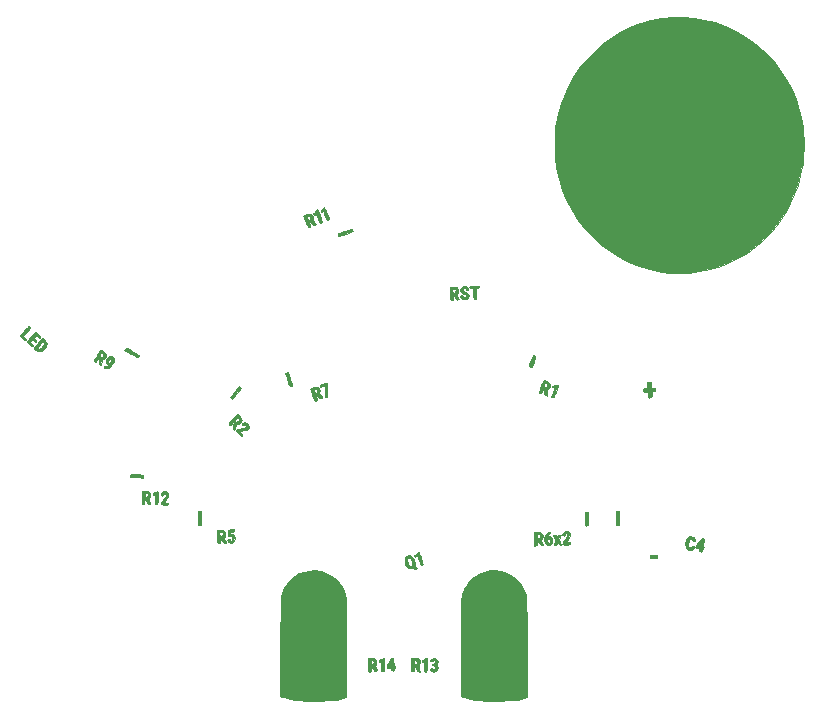
<source format=gbr>
G04 #@! TF.GenerationSoftware,KiCad,Pcbnew,5.0.2-bee76a0~70~ubuntu18.04.1*
G04 #@! TF.CreationDate,2019-07-17T02:08:38+03:00*
G04 #@! TF.ProjectId,Njorp_PCB,4e6a6f72-705f-4504-9342-2e6b69636164,rev?*
G04 #@! TF.SameCoordinates,Original*
G04 #@! TF.FileFunction,Legend,Top*
G04 #@! TF.FilePolarity,Positive*
%FSLAX46Y46*%
G04 Gerber Fmt 4.6, Leading zero omitted, Abs format (unit mm)*
G04 Created by KiCad (PCBNEW 5.0.2-bee76a0~70~ubuntu18.04.1) date ke 17. heinäkuuta 2019 02.08.38*
%MOMM*%
%LPD*%
G01*
G04 APERTURE LIST*
%ADD10C,0.010000*%
%ADD11C,0.150000*%
G04 APERTURE END LIST*
D10*
G04 #@! TO.C,G\002A\002A\002A*
G36*
X-8796552Y-2868912D02*
X-8536975Y-2897614D01*
X-8292757Y-2956602D01*
X-8033720Y-3052725D01*
X-7799409Y-3159107D01*
X-7397634Y-3394634D01*
X-7055475Y-3689238D01*
X-6769945Y-4045893D01*
X-6584847Y-4368614D01*
X-6533731Y-4471425D01*
X-6488351Y-4564329D01*
X-6448378Y-4652736D01*
X-6413484Y-4742055D01*
X-6383342Y-4837696D01*
X-6357624Y-4945069D01*
X-6336003Y-5069582D01*
X-6318149Y-5216646D01*
X-6303737Y-5391670D01*
X-6292437Y-5600063D01*
X-6283922Y-5847236D01*
X-6277864Y-6138597D01*
X-6273935Y-6479556D01*
X-6271808Y-6875523D01*
X-6271154Y-7331907D01*
X-6271647Y-7854118D01*
X-6272958Y-8447565D01*
X-6274759Y-9117658D01*
X-6275706Y-9470156D01*
X-6286500Y-13567373D01*
X-6519334Y-13659606D01*
X-6764681Y-13736604D01*
X-7076169Y-13798649D01*
X-7457927Y-13846226D01*
X-7914084Y-13879819D01*
X-8448769Y-13899912D01*
X-8593667Y-13902856D01*
X-8881807Y-13906944D01*
X-9152635Y-13909128D01*
X-9390805Y-13909414D01*
X-9580974Y-13907808D01*
X-9707797Y-13904315D01*
X-9736667Y-13902452D01*
X-10192164Y-13856591D01*
X-10613777Y-13803240D01*
X-10990895Y-13744206D01*
X-11312903Y-13681298D01*
X-11569190Y-13616324D01*
X-11717312Y-13565093D01*
X-11856457Y-13507349D01*
X-11844312Y-9325424D01*
X-11832167Y-5143500D01*
X-11716834Y-4804834D01*
X-11540134Y-4381806D01*
X-11312675Y-4013197D01*
X-11021096Y-3677465D01*
X-11011935Y-3668383D01*
X-10642470Y-3353087D01*
X-10251413Y-3118265D01*
X-9831862Y-2961008D01*
X-9376910Y-2878409D01*
X-9101667Y-2863649D01*
X-8796552Y-2868912D01*
X-8796552Y-2868912D01*
G37*
X-8796552Y-2868912D02*
X-8536975Y-2897614D01*
X-8292757Y-2956602D01*
X-8033720Y-3052725D01*
X-7799409Y-3159107D01*
X-7397634Y-3394634D01*
X-7055475Y-3689238D01*
X-6769945Y-4045893D01*
X-6584847Y-4368614D01*
X-6533731Y-4471425D01*
X-6488351Y-4564329D01*
X-6448378Y-4652736D01*
X-6413484Y-4742055D01*
X-6383342Y-4837696D01*
X-6357624Y-4945069D01*
X-6336003Y-5069582D01*
X-6318149Y-5216646D01*
X-6303737Y-5391670D01*
X-6292437Y-5600063D01*
X-6283922Y-5847236D01*
X-6277864Y-6138597D01*
X-6273935Y-6479556D01*
X-6271808Y-6875523D01*
X-6271154Y-7331907D01*
X-6271647Y-7854118D01*
X-6272958Y-8447565D01*
X-6274759Y-9117658D01*
X-6275706Y-9470156D01*
X-6286500Y-13567373D01*
X-6519334Y-13659606D01*
X-6764681Y-13736604D01*
X-7076169Y-13798649D01*
X-7457927Y-13846226D01*
X-7914084Y-13879819D01*
X-8448769Y-13899912D01*
X-8593667Y-13902856D01*
X-8881807Y-13906944D01*
X-9152635Y-13909128D01*
X-9390805Y-13909414D01*
X-9580974Y-13907808D01*
X-9707797Y-13904315D01*
X-9736667Y-13902452D01*
X-10192164Y-13856591D01*
X-10613777Y-13803240D01*
X-10990895Y-13744206D01*
X-11312903Y-13681298D01*
X-11569190Y-13616324D01*
X-11717312Y-13565093D01*
X-11856457Y-13507349D01*
X-11844312Y-9325424D01*
X-11832167Y-5143500D01*
X-11716834Y-4804834D01*
X-11540134Y-4381806D01*
X-11312675Y-4013197D01*
X-11021096Y-3677465D01*
X-11011935Y-3668383D01*
X-10642470Y-3353087D01*
X-10251413Y-3118265D01*
X-9831862Y-2961008D01*
X-9376910Y-2878409D01*
X-9101667Y-2863649D01*
X-8796552Y-2868912D01*
G36*
X6662652Y-2880716D02*
X6858000Y-2916039D01*
X7320749Y-3073196D01*
X7741865Y-3301474D01*
X8115492Y-3595256D01*
X8435773Y-3948925D01*
X8696852Y-4356866D01*
X8892873Y-4813462D01*
X8918134Y-4891713D01*
X8930909Y-4936735D01*
X8942207Y-4987478D01*
X8952118Y-5049132D01*
X8960732Y-5126891D01*
X8968139Y-5225946D01*
X8974430Y-5351488D01*
X8979695Y-5508710D01*
X8984025Y-5702802D01*
X8987510Y-5938958D01*
X8990240Y-6222368D01*
X8992305Y-6558224D01*
X8993797Y-6951718D01*
X8994805Y-7408042D01*
X8995419Y-7932387D01*
X8995731Y-8529946D01*
X8995831Y-9205910D01*
X8995833Y-9355425D01*
X8995833Y-13567351D01*
X8763000Y-13659595D01*
X8517680Y-13736593D01*
X8206224Y-13798639D01*
X7824500Y-13846217D01*
X7368380Y-13879812D01*
X6833733Y-13899908D01*
X6688666Y-13902856D01*
X6400526Y-13906944D01*
X6129699Y-13909128D01*
X5891528Y-13909414D01*
X5701359Y-13907808D01*
X5574536Y-13904315D01*
X5545666Y-13902452D01*
X5090421Y-13856618D01*
X4668979Y-13803297D01*
X4291965Y-13744298D01*
X3970002Y-13681432D01*
X3713716Y-13616506D01*
X3565206Y-13565170D01*
X3426245Y-13507503D01*
X3439813Y-9325502D01*
X3442010Y-8627094D01*
X3443987Y-8007990D01*
X3446029Y-7462829D01*
X3448418Y-6986251D01*
X3451438Y-6572893D01*
X3455373Y-6217396D01*
X3460506Y-5914398D01*
X3467120Y-5658537D01*
X3475498Y-5444454D01*
X3485924Y-5266787D01*
X3498682Y-5120174D01*
X3514054Y-4999256D01*
X3532324Y-4898670D01*
X3553775Y-4813056D01*
X3578691Y-4737053D01*
X3607355Y-4665300D01*
X3640051Y-4592436D01*
X3677061Y-4513099D01*
X3696389Y-4471260D01*
X3929338Y-4062148D01*
X4228957Y-3699348D01*
X4586640Y-3390416D01*
X4993782Y-3142907D01*
X5396607Y-2978517D01*
X5683107Y-2910074D01*
X6010936Y-2870048D01*
X6348111Y-2859806D01*
X6662652Y-2880716D01*
X6662652Y-2880716D01*
G37*
X6662652Y-2880716D02*
X6858000Y-2916039D01*
X7320749Y-3073196D01*
X7741865Y-3301474D01*
X8115492Y-3595256D01*
X8435773Y-3948925D01*
X8696852Y-4356866D01*
X8892873Y-4813462D01*
X8918134Y-4891713D01*
X8930909Y-4936735D01*
X8942207Y-4987478D01*
X8952118Y-5049132D01*
X8960732Y-5126891D01*
X8968139Y-5225946D01*
X8974430Y-5351488D01*
X8979695Y-5508710D01*
X8984025Y-5702802D01*
X8987510Y-5938958D01*
X8990240Y-6222368D01*
X8992305Y-6558224D01*
X8993797Y-6951718D01*
X8994805Y-7408042D01*
X8995419Y-7932387D01*
X8995731Y-8529946D01*
X8995831Y-9205910D01*
X8995833Y-9355425D01*
X8995833Y-13567351D01*
X8763000Y-13659595D01*
X8517680Y-13736593D01*
X8206224Y-13798639D01*
X7824500Y-13846217D01*
X7368380Y-13879812D01*
X6833733Y-13899908D01*
X6688666Y-13902856D01*
X6400526Y-13906944D01*
X6129699Y-13909128D01*
X5891528Y-13909414D01*
X5701359Y-13907808D01*
X5574536Y-13904315D01*
X5545666Y-13902452D01*
X5090421Y-13856618D01*
X4668979Y-13803297D01*
X4291965Y-13744298D01*
X3970002Y-13681432D01*
X3713716Y-13616506D01*
X3565206Y-13565170D01*
X3426245Y-13507503D01*
X3439813Y-9325502D01*
X3442010Y-8627094D01*
X3443987Y-8007990D01*
X3446029Y-7462829D01*
X3448418Y-6986251D01*
X3451438Y-6572893D01*
X3455373Y-6217396D01*
X3460506Y-5914398D01*
X3467120Y-5658537D01*
X3475498Y-5444454D01*
X3485924Y-5266787D01*
X3498682Y-5120174D01*
X3514054Y-4999256D01*
X3532324Y-4898670D01*
X3553775Y-4813056D01*
X3578691Y-4737053D01*
X3607355Y-4665300D01*
X3640051Y-4592436D01*
X3677061Y-4513099D01*
X3696389Y-4471260D01*
X3929338Y-4062148D01*
X4228957Y-3699348D01*
X4586640Y-3390416D01*
X4993782Y-3142907D01*
X5396607Y-2978517D01*
X5683107Y-2910074D01*
X6010936Y-2870048D01*
X6348111Y-2859806D01*
X6662652Y-2880716D01*
G36*
X-3977681Y-10308727D02*
X-3828477Y-10375457D01*
X-3745800Y-10489515D01*
X-3725334Y-10619320D01*
X-3742933Y-10751482D01*
X-3785760Y-10862044D01*
X-3790343Y-10868975D01*
X-3827088Y-10934619D01*
X-3827134Y-10998581D01*
X-3787832Y-11093607D01*
X-3769177Y-11130708D01*
X-3707200Y-11261442D01*
X-3689700Y-11337546D01*
X-3718103Y-11377299D01*
X-3790080Y-11398266D01*
X-3857092Y-11401061D01*
X-3906635Y-11366585D01*
X-3957010Y-11277486D01*
X-3985793Y-11212701D01*
X-4058993Y-11071054D01*
X-4119411Y-11010508D01*
X-4163460Y-11030966D01*
X-4187551Y-11132330D01*
X-4191000Y-11218334D01*
X-4194685Y-11344187D01*
X-4212476Y-11406981D01*
X-4254482Y-11428228D01*
X-4290449Y-11430000D01*
X-4336339Y-11425684D01*
X-4366875Y-11402349D01*
X-4386843Y-11344415D01*
X-4401028Y-11236302D01*
X-4414215Y-11062432D01*
X-4417230Y-11017250D01*
X-4429327Y-10818487D01*
X-4436929Y-10668868D01*
X-4191000Y-10668868D01*
X-4186792Y-10772457D01*
X-4162275Y-10811362D01*
X-4099615Y-10805532D01*
X-4074584Y-10799073D01*
X-3973701Y-10740238D01*
X-3943563Y-10667522D01*
X-3961115Y-10562008D01*
X-4000595Y-10514530D01*
X-4094254Y-10476930D01*
X-4159173Y-10516101D01*
X-4189501Y-10627302D01*
X-4191000Y-10668868D01*
X-4436929Y-10668868D01*
X-4438734Y-10633352D01*
X-4444071Y-10490471D01*
X-4444781Y-10445750D01*
X-4445000Y-10287000D01*
X-4196710Y-10287000D01*
X-3977681Y-10308727D01*
X-3977681Y-10308727D01*
G37*
X-3977681Y-10308727D02*
X-3828477Y-10375457D01*
X-3745800Y-10489515D01*
X-3725334Y-10619320D01*
X-3742933Y-10751482D01*
X-3785760Y-10862044D01*
X-3790343Y-10868975D01*
X-3827088Y-10934619D01*
X-3827134Y-10998581D01*
X-3787832Y-11093607D01*
X-3769177Y-11130708D01*
X-3707200Y-11261442D01*
X-3689700Y-11337546D01*
X-3718103Y-11377299D01*
X-3790080Y-11398266D01*
X-3857092Y-11401061D01*
X-3906635Y-11366585D01*
X-3957010Y-11277486D01*
X-3985793Y-11212701D01*
X-4058993Y-11071054D01*
X-4119411Y-11010508D01*
X-4163460Y-11030966D01*
X-4187551Y-11132330D01*
X-4191000Y-11218334D01*
X-4194685Y-11344187D01*
X-4212476Y-11406981D01*
X-4254482Y-11428228D01*
X-4290449Y-11430000D01*
X-4336339Y-11425684D01*
X-4366875Y-11402349D01*
X-4386843Y-11344415D01*
X-4401028Y-11236302D01*
X-4414215Y-11062432D01*
X-4417230Y-11017250D01*
X-4429327Y-10818487D01*
X-4436929Y-10668868D01*
X-4191000Y-10668868D01*
X-4186792Y-10772457D01*
X-4162275Y-10811362D01*
X-4099615Y-10805532D01*
X-4074584Y-10799073D01*
X-3973701Y-10740238D01*
X-3943563Y-10667522D01*
X-3961115Y-10562008D01*
X-4000595Y-10514530D01*
X-4094254Y-10476930D01*
X-4159173Y-10516101D01*
X-4189501Y-10627302D01*
X-4191000Y-10668868D01*
X-4436929Y-10668868D01*
X-4438734Y-10633352D01*
X-4444071Y-10490471D01*
X-4444781Y-10445750D01*
X-4445000Y-10287000D01*
X-4196710Y-10287000D01*
X-3977681Y-10308727D01*
G36*
X-328399Y-10293806D02*
X-219478Y-10318443D01*
X-141665Y-10367240D01*
X-134983Y-10373316D01*
X-64031Y-10491159D01*
X-42416Y-10644727D01*
X-71816Y-10799766D01*
X-110481Y-10873455D01*
X-146596Y-10935182D01*
X-154495Y-10996948D01*
X-132515Y-11086360D01*
X-90756Y-11200375D01*
X-2884Y-11430000D01*
X-122798Y-11430000D01*
X-197977Y-11419421D01*
X-252602Y-11374697D01*
X-305801Y-11276352D01*
X-330677Y-11218334D01*
X-403900Y-11075743D01*
X-466981Y-11016672D01*
X-515281Y-11040154D01*
X-544158Y-11145221D01*
X-550334Y-11264129D01*
X-562496Y-11353287D01*
X-613641Y-11385168D01*
X-656167Y-11387667D01*
X-762000Y-11387667D01*
X-762000Y-10625667D01*
X-508000Y-10625667D01*
X-502187Y-10734799D01*
X-474919Y-10783303D01*
X-411451Y-10794948D01*
X-402974Y-10795000D01*
X-315055Y-10770409D01*
X-269927Y-10683358D01*
X-269731Y-10682580D01*
X-266533Y-10578492D01*
X-319349Y-10513247D01*
X-419803Y-10459129D01*
X-480291Y-10477624D01*
X-506145Y-10571908D01*
X-508000Y-10625667D01*
X-762000Y-10625667D01*
X-762000Y-10287000D01*
X-494816Y-10287000D01*
X-328399Y-10293806D01*
X-328399Y-10293806D01*
G37*
X-328399Y-10293806D02*
X-219478Y-10318443D01*
X-141665Y-10367240D01*
X-134983Y-10373316D01*
X-64031Y-10491159D01*
X-42416Y-10644727D01*
X-71816Y-10799766D01*
X-110481Y-10873455D01*
X-146596Y-10935182D01*
X-154495Y-10996948D01*
X-132515Y-11086360D01*
X-90756Y-11200375D01*
X-2884Y-11430000D01*
X-122798Y-11430000D01*
X-197977Y-11419421D01*
X-252602Y-11374697D01*
X-305801Y-11276352D01*
X-330677Y-11218334D01*
X-403900Y-11075743D01*
X-466981Y-11016672D01*
X-515281Y-11040154D01*
X-544158Y-11145221D01*
X-550334Y-11264129D01*
X-562496Y-11353287D01*
X-613641Y-11385168D01*
X-656167Y-11387667D01*
X-762000Y-11387667D01*
X-762000Y-10625667D01*
X-508000Y-10625667D01*
X-502187Y-10734799D01*
X-474919Y-10783303D01*
X-411451Y-10794948D01*
X-402974Y-10795000D01*
X-315055Y-10770409D01*
X-269927Y-10683358D01*
X-269731Y-10682580D01*
X-266533Y-10578492D01*
X-319349Y-10513247D01*
X-419803Y-10459129D01*
X-480291Y-10477624D01*
X-506145Y-10571908D01*
X-508000Y-10625667D01*
X-762000Y-10625667D01*
X-762000Y-10287000D01*
X-494816Y-10287000D01*
X-328399Y-10293806D01*
G36*
X564560Y-10327191D02*
X582155Y-10423250D01*
X592071Y-10570631D01*
X593844Y-10752798D01*
X587011Y-10953213D01*
X571107Y-11155339D01*
X565235Y-11207750D01*
X545347Y-11338101D01*
X518460Y-11404622D01*
X472779Y-11428011D01*
X438603Y-11430000D01*
X393279Y-11426745D01*
X364267Y-11406689D01*
X347930Y-11354395D01*
X340629Y-11254425D01*
X338729Y-11091343D01*
X338666Y-11005860D01*
X338666Y-10581720D01*
X232833Y-10608283D01*
X154126Y-10616081D01*
X128077Y-10574159D01*
X127000Y-10550186D01*
X133251Y-10508686D01*
X161322Y-10472260D01*
X225187Y-10432402D01*
X338819Y-10380608D01*
X516193Y-10308374D01*
X539750Y-10298993D01*
X564560Y-10327191D01*
X564560Y-10327191D01*
G37*
X564560Y-10327191D02*
X582155Y-10423250D01*
X592071Y-10570631D01*
X593844Y-10752798D01*
X587011Y-10953213D01*
X571107Y-11155339D01*
X565235Y-11207750D01*
X545347Y-11338101D01*
X518460Y-11404622D01*
X472779Y-11428011D01*
X438603Y-11430000D01*
X393279Y-11426745D01*
X364267Y-11406689D01*
X347930Y-11354395D01*
X340629Y-11254425D01*
X338729Y-11091343D01*
X338666Y-11005860D01*
X338666Y-10581720D01*
X232833Y-10608283D01*
X154126Y-10616081D01*
X128077Y-10574159D01*
X127000Y-10550186D01*
X133251Y-10508686D01*
X161322Y-10472260D01*
X225187Y-10432402D01*
X338819Y-10380608D01*
X516193Y-10308374D01*
X539750Y-10298993D01*
X564560Y-10327191D01*
G36*
X1227082Y-10305354D02*
X1354397Y-10371712D01*
X1435078Y-10476492D01*
X1471068Y-10574935D01*
X1458608Y-10656266D01*
X1424594Y-10722352D01*
X1380665Y-10814000D01*
X1384703Y-10878860D01*
X1418167Y-10934848D01*
X1476691Y-11079663D01*
X1450775Y-11227221D01*
X1393927Y-11318458D01*
X1277503Y-11404629D01*
X1128915Y-11434378D01*
X980628Y-11405976D01*
X889000Y-11345334D01*
X816387Y-11246264D01*
X813652Y-11172605D01*
X879577Y-11135808D01*
X911495Y-11133667D01*
X1001653Y-11156088D01*
X1043024Y-11197167D01*
X1093772Y-11253848D01*
X1160842Y-11250205D01*
X1222273Y-11201434D01*
X1256108Y-11122729D01*
X1250329Y-11053714D01*
X1190741Y-10980642D01*
X1130415Y-10956432D01*
X1046390Y-10907770D01*
X1023639Y-10847917D01*
X1030007Y-10775724D01*
X1092699Y-10753164D01*
X1113951Y-10752667D01*
X1205643Y-10720580D01*
X1244610Y-10641374D01*
X1221521Y-10540633D01*
X1202022Y-10511218D01*
X1152869Y-10458960D01*
X1113736Y-10475013D01*
X1083105Y-10512410D01*
X987145Y-10572414D01*
X914784Y-10575910D01*
X840684Y-10558781D01*
X832417Y-10516906D01*
X859161Y-10457037D01*
X955032Y-10347191D01*
X1085816Y-10296905D01*
X1227082Y-10305354D01*
X1227082Y-10305354D01*
G37*
X1227082Y-10305354D02*
X1354397Y-10371712D01*
X1435078Y-10476492D01*
X1471068Y-10574935D01*
X1458608Y-10656266D01*
X1424594Y-10722352D01*
X1380665Y-10814000D01*
X1384703Y-10878860D01*
X1418167Y-10934848D01*
X1476691Y-11079663D01*
X1450775Y-11227221D01*
X1393927Y-11318458D01*
X1277503Y-11404629D01*
X1128915Y-11434378D01*
X980628Y-11405976D01*
X889000Y-11345334D01*
X816387Y-11246264D01*
X813652Y-11172605D01*
X879577Y-11135808D01*
X911495Y-11133667D01*
X1001653Y-11156088D01*
X1043024Y-11197167D01*
X1093772Y-11253848D01*
X1160842Y-11250205D01*
X1222273Y-11201434D01*
X1256108Y-11122729D01*
X1250329Y-11053714D01*
X1190741Y-10980642D01*
X1130415Y-10956432D01*
X1046390Y-10907770D01*
X1023639Y-10847917D01*
X1030007Y-10775724D01*
X1092699Y-10753164D01*
X1113951Y-10752667D01*
X1205643Y-10720580D01*
X1244610Y-10641374D01*
X1221521Y-10540633D01*
X1202022Y-10511218D01*
X1152869Y-10458960D01*
X1113736Y-10475013D01*
X1083105Y-10512410D01*
X987145Y-10572414D01*
X914784Y-10575910D01*
X840684Y-10558781D01*
X832417Y-10516906D01*
X859161Y-10457037D01*
X955032Y-10347191D01*
X1085816Y-10296905D01*
X1227082Y-10305354D01*
G36*
X-3090334Y-10622104D02*
X-3087149Y-10820687D01*
X-3078701Y-11013338D01*
X-3066653Y-11164913D01*
X-3063413Y-11191258D01*
X-3036492Y-11387667D01*
X-3302000Y-11387667D01*
X-3302000Y-10964334D01*
X-3304226Y-10786627D01*
X-3310228Y-10645654D01*
X-3318991Y-10559335D01*
X-3325950Y-10541000D01*
X-3378401Y-10558779D01*
X-3431784Y-10584823D01*
X-3492791Y-10605582D01*
X-3512581Y-10563092D01*
X-3513667Y-10526967D01*
X-3497782Y-10458819D01*
X-3438003Y-10403011D01*
X-3316144Y-10343249D01*
X-3302000Y-10337324D01*
X-3090334Y-10249359D01*
X-3090334Y-10622104D01*
X-3090334Y-10622104D01*
G37*
X-3090334Y-10622104D02*
X-3087149Y-10820687D01*
X-3078701Y-11013338D01*
X-3066653Y-11164913D01*
X-3063413Y-11191258D01*
X-3036492Y-11387667D01*
X-3302000Y-11387667D01*
X-3302000Y-10964334D01*
X-3304226Y-10786627D01*
X-3310228Y-10645654D01*
X-3318991Y-10559335D01*
X-3325950Y-10541000D01*
X-3378401Y-10558779D01*
X-3431784Y-10584823D01*
X-3492791Y-10605582D01*
X-3512581Y-10563092D01*
X-3513667Y-10526967D01*
X-3497782Y-10458819D01*
X-3438003Y-10403011D01*
X-3316144Y-10343249D01*
X-3302000Y-10337324D01*
X-3090334Y-10249359D01*
X-3090334Y-10622104D01*
G36*
X-2345864Y-10249557D02*
X-2313944Y-10275943D01*
X-2295672Y-10341394D01*
X-2284614Y-10463483D01*
X-2278845Y-10569622D01*
X-2262853Y-10754659D01*
X-2237878Y-10871993D01*
X-2210718Y-10911817D01*
X-2173892Y-10957124D01*
X-2159888Y-11035182D01*
X-2170360Y-11106883D01*
X-2201334Y-11133667D01*
X-2233157Y-11169895D01*
X-2243667Y-11239500D01*
X-2261152Y-11320061D01*
X-2329997Y-11344887D01*
X-2349500Y-11345334D01*
X-2430061Y-11327849D01*
X-2454887Y-11259004D01*
X-2455334Y-11239500D01*
X-2463487Y-11173612D01*
X-2503226Y-11142782D01*
X-2597468Y-11133968D01*
X-2641305Y-11133667D01*
X-2783695Y-11118999D01*
X-2849448Y-11075617D01*
X-2850617Y-11072840D01*
X-2842872Y-11010943D01*
X-2819200Y-10940590D01*
X-2616610Y-10940590D01*
X-2574291Y-10954801D01*
X-2571750Y-10954006D01*
X-2535959Y-10904525D01*
X-2512708Y-10803131D01*
X-2509982Y-10770561D01*
X-2501130Y-10604500D01*
X-2560989Y-10731500D01*
X-2612058Y-10863716D01*
X-2616610Y-10940590D01*
X-2819200Y-10940590D01*
X-2803232Y-10893134D01*
X-2738774Y-10738666D01*
X-2687221Y-10628340D01*
X-2597654Y-10450087D01*
X-2531388Y-10336178D01*
X-2478286Y-10273169D01*
X-2428211Y-10247621D01*
X-2397869Y-10244667D01*
X-2345864Y-10249557D01*
X-2345864Y-10249557D01*
G37*
X-2345864Y-10249557D02*
X-2313944Y-10275943D01*
X-2295672Y-10341394D01*
X-2284614Y-10463483D01*
X-2278845Y-10569622D01*
X-2262853Y-10754659D01*
X-2237878Y-10871993D01*
X-2210718Y-10911817D01*
X-2173892Y-10957124D01*
X-2159888Y-11035182D01*
X-2170360Y-11106883D01*
X-2201334Y-11133667D01*
X-2233157Y-11169895D01*
X-2243667Y-11239500D01*
X-2261152Y-11320061D01*
X-2329997Y-11344887D01*
X-2349500Y-11345334D01*
X-2430061Y-11327849D01*
X-2454887Y-11259004D01*
X-2455334Y-11239500D01*
X-2463487Y-11173612D01*
X-2503226Y-11142782D01*
X-2597468Y-11133968D01*
X-2641305Y-11133667D01*
X-2783695Y-11118999D01*
X-2849448Y-11075617D01*
X-2850617Y-11072840D01*
X-2842872Y-11010943D01*
X-2819200Y-10940590D01*
X-2616610Y-10940590D01*
X-2574291Y-10954801D01*
X-2571750Y-10954006D01*
X-2535959Y-10904525D01*
X-2512708Y-10803131D01*
X-2509982Y-10770561D01*
X-2501130Y-10604500D01*
X-2560989Y-10731500D01*
X-2612058Y-10863716D01*
X-2616610Y-10940590D01*
X-2819200Y-10940590D01*
X-2803232Y-10893134D01*
X-2738774Y-10738666D01*
X-2687221Y-10628340D01*
X-2597654Y-10450087D01*
X-2531388Y-10336178D01*
X-2478286Y-10273169D01*
X-2428211Y-10247621D01*
X-2397869Y-10244667D01*
X-2345864Y-10249557D01*
G36*
X-851850Y-1594448D02*
X-802598Y-1609386D01*
X-693516Y-1692709D01*
X-591913Y-1836271D01*
X-509622Y-2015756D01*
X-458476Y-2206848D01*
X-447593Y-2338917D01*
X-444813Y-2456312D01*
X-434267Y-2529086D01*
X-426426Y-2540648D01*
X-349474Y-2574904D01*
X-315273Y-2647737D01*
X-320596Y-2680968D01*
X-363586Y-2737661D01*
X-441397Y-2741024D01*
X-529003Y-2712733D01*
X-625584Y-2695814D01*
X-756077Y-2696163D01*
X-783003Y-2698670D01*
X-949966Y-2687359D01*
X-1086428Y-2608254D01*
X-1199574Y-2455419D01*
X-1270925Y-2295620D01*
X-1330957Y-2071659D01*
X-1334707Y-1895490D01*
X-1124147Y-1895490D01*
X-1119842Y-1983418D01*
X-1084808Y-2125771D01*
X-1081403Y-2137556D01*
X-1007040Y-2336629D01*
X-922488Y-2463403D01*
X-831727Y-2513333D01*
X-764720Y-2499122D01*
X-690735Y-2440706D01*
X-665981Y-2402902D01*
X-666165Y-2321928D01*
X-694280Y-2195076D01*
X-741215Y-2052603D01*
X-797854Y-1924763D01*
X-822950Y-1881785D01*
X-913791Y-1797254D01*
X-1015185Y-1784528D01*
X-1099053Y-1839555D01*
X-1124147Y-1895490D01*
X-1334707Y-1895490D01*
X-1335059Y-1878967D01*
X-1283287Y-1732456D01*
X-1268663Y-1712888D01*
X-1156544Y-1633466D01*
X-1004350Y-1591042D01*
X-851850Y-1594448D01*
X-851850Y-1594448D01*
G37*
X-851850Y-1594448D02*
X-802598Y-1609386D01*
X-693516Y-1692709D01*
X-591913Y-1836271D01*
X-509622Y-2015756D01*
X-458476Y-2206848D01*
X-447593Y-2338917D01*
X-444813Y-2456312D01*
X-434267Y-2529086D01*
X-426426Y-2540648D01*
X-349474Y-2574904D01*
X-315273Y-2647737D01*
X-320596Y-2680968D01*
X-363586Y-2737661D01*
X-441397Y-2741024D01*
X-529003Y-2712733D01*
X-625584Y-2695814D01*
X-756077Y-2696163D01*
X-783003Y-2698670D01*
X-949966Y-2687359D01*
X-1086428Y-2608254D01*
X-1199574Y-2455419D01*
X-1270925Y-2295620D01*
X-1330957Y-2071659D01*
X-1334707Y-1895490D01*
X-1124147Y-1895490D01*
X-1119842Y-1983418D01*
X-1084808Y-2125771D01*
X-1081403Y-2137556D01*
X-1007040Y-2336629D01*
X-922488Y-2463403D01*
X-831727Y-2513333D01*
X-764720Y-2499122D01*
X-690735Y-2440706D01*
X-665981Y-2402902D01*
X-666165Y-2321928D01*
X-694280Y-2195076D01*
X-741215Y-2052603D01*
X-797854Y-1924763D01*
X-822950Y-1881785D01*
X-913791Y-1797254D01*
X-1015185Y-1784528D01*
X-1099053Y-1839555D01*
X-1124147Y-1895490D01*
X-1334707Y-1895490D01*
X-1335059Y-1878967D01*
X-1283287Y-1732456D01*
X-1268663Y-1712888D01*
X-1156544Y-1633466D01*
X-1004350Y-1591042D01*
X-851850Y-1594448D01*
G36*
X-147961Y-1349478D02*
X-103012Y-1448709D01*
X-44954Y-1591721D01*
X19485Y-1760211D01*
X83575Y-1935874D01*
X140588Y-2100406D01*
X183794Y-2235503D01*
X206465Y-2322860D01*
X206776Y-2345604D01*
X157696Y-2368395D01*
X104595Y-2386461D01*
X62568Y-2390389D01*
X25567Y-2364465D01*
X-14375Y-2295497D01*
X-65222Y-2170291D01*
X-123186Y-2009164D01*
X-187960Y-1827547D01*
X-233166Y-1714196D01*
X-266799Y-1657327D01*
X-296856Y-1645151D01*
X-331329Y-1665881D01*
X-346783Y-1679511D01*
X-411744Y-1727264D01*
X-451560Y-1713987D01*
X-467603Y-1691650D01*
X-502052Y-1623677D01*
X-507352Y-1602469D01*
X-477931Y-1558713D01*
X-405162Y-1486290D01*
X-313867Y-1406746D01*
X-228871Y-1341624D01*
X-174996Y-1312471D01*
X-173072Y-1312334D01*
X-147961Y-1349478D01*
X-147961Y-1349478D01*
G37*
X-147961Y-1349478D02*
X-103012Y-1448709D01*
X-44954Y-1591721D01*
X19485Y-1760211D01*
X83575Y-1935874D01*
X140588Y-2100406D01*
X183794Y-2235503D01*
X206465Y-2322860D01*
X206776Y-2345604D01*
X157696Y-2368395D01*
X104595Y-2386461D01*
X62568Y-2390389D01*
X25567Y-2364465D01*
X-14375Y-2295497D01*
X-65222Y-2170291D01*
X-123186Y-2009164D01*
X-187960Y-1827547D01*
X-233166Y-1714196D01*
X-266799Y-1657327D01*
X-296856Y-1645151D01*
X-331329Y-1665881D01*
X-346783Y-1679511D01*
X-411744Y-1727264D01*
X-451560Y-1713987D01*
X-467603Y-1691650D01*
X-502052Y-1623677D01*
X-507352Y-1602469D01*
X-477931Y-1558713D01*
X-405162Y-1486290D01*
X-313867Y-1406746D01*
X-228871Y-1341624D01*
X-174996Y-1312471D01*
X-173072Y-1312334D01*
X-147961Y-1349478D01*
G36*
X19997366Y-1543023D02*
X20048283Y-1582036D01*
X20065126Y-1658379D01*
X20066000Y-1695832D01*
X20061784Y-1767406D01*
X20035144Y-1804419D01*
X19965089Y-1818264D01*
X19836629Y-1820334D01*
X19694586Y-1824901D01*
X19581001Y-1836593D01*
X19540295Y-1846029D01*
X19494554Y-1846406D01*
X19475615Y-1788840D01*
X19473333Y-1724497D01*
X19473333Y-1577270D01*
X19727875Y-1548471D01*
X19896017Y-1534212D01*
X19997366Y-1543023D01*
X19997366Y-1543023D01*
G37*
X19997366Y-1543023D02*
X20048283Y-1582036D01*
X20065126Y-1658379D01*
X20066000Y-1695832D01*
X20061784Y-1767406D01*
X20035144Y-1804419D01*
X19965089Y-1818264D01*
X19836629Y-1820334D01*
X19694586Y-1824901D01*
X19581001Y-1836593D01*
X19540295Y-1846029D01*
X19494554Y-1846406D01*
X19475615Y-1788840D01*
X19473333Y-1724497D01*
X19473333Y-1577270D01*
X19727875Y-1548471D01*
X19896017Y-1534212D01*
X19997366Y-1543023D01*
G36*
X23905472Y-160560D02*
X23971764Y-180763D01*
X23996403Y-224168D01*
X23989971Y-316949D01*
X23984090Y-355042D01*
X23949561Y-578543D01*
X23929748Y-731232D01*
X23923973Y-825554D01*
X23931556Y-873951D01*
X23951817Y-888869D01*
X23954912Y-889000D01*
X23999664Y-912965D01*
X23975932Y-982911D01*
X23918333Y-1058334D01*
X23857503Y-1145929D01*
X23833666Y-1212978D01*
X23796745Y-1256728D01*
X23723028Y-1270000D01*
X23646237Y-1259749D01*
X23624395Y-1211490D01*
X23630603Y-1145909D01*
X23625190Y-1052055D01*
X23566544Y-998226D01*
X23442412Y-976076D01*
X23378583Y-974245D01*
X23310740Y-959721D01*
X23289797Y-912334D01*
X23318221Y-824714D01*
X23365222Y-745520D01*
X23576120Y-745520D01*
X23579656Y-801235D01*
X23592263Y-812119D01*
X23648391Y-824094D01*
X23688926Y-771189D01*
X23721176Y-645584D01*
X23735793Y-543838D01*
X23724237Y-516814D01*
X23681380Y-564456D01*
X23628524Y-644548D01*
X23576120Y-745520D01*
X23365222Y-745520D01*
X23398477Y-689490D01*
X23533031Y-499292D01*
X23541154Y-488307D01*
X23661853Y-329108D01*
X23747568Y-228487D01*
X23810972Y-175041D01*
X23864739Y-157369D01*
X23905472Y-160560D01*
X23905472Y-160560D01*
G37*
X23905472Y-160560D02*
X23971764Y-180763D01*
X23996403Y-224168D01*
X23989971Y-316949D01*
X23984090Y-355042D01*
X23949561Y-578543D01*
X23929748Y-731232D01*
X23923973Y-825554D01*
X23931556Y-873951D01*
X23951817Y-888869D01*
X23954912Y-889000D01*
X23999664Y-912965D01*
X23975932Y-982911D01*
X23918333Y-1058334D01*
X23857503Y-1145929D01*
X23833666Y-1212978D01*
X23796745Y-1256728D01*
X23723028Y-1270000D01*
X23646237Y-1259749D01*
X23624395Y-1211490D01*
X23630603Y-1145909D01*
X23625190Y-1052055D01*
X23566544Y-998226D01*
X23442412Y-976076D01*
X23378583Y-974245D01*
X23310740Y-959721D01*
X23289797Y-912334D01*
X23318221Y-824714D01*
X23365222Y-745520D01*
X23576120Y-745520D01*
X23579656Y-801235D01*
X23592263Y-812119D01*
X23648391Y-824094D01*
X23688926Y-771189D01*
X23721176Y-645584D01*
X23735793Y-543838D01*
X23724237Y-516814D01*
X23681380Y-564456D01*
X23628524Y-644548D01*
X23576120Y-745520D01*
X23365222Y-745520D01*
X23398477Y-689490D01*
X23533031Y-499292D01*
X23541154Y-488307D01*
X23661853Y-329108D01*
X23747568Y-228487D01*
X23810972Y-175041D01*
X23864739Y-157369D01*
X23905472Y-160560D01*
G36*
X23007945Y-5341D02*
X23134204Y-62998D01*
X23211808Y-166420D01*
X23223215Y-192064D01*
X23271010Y-322700D01*
X23274035Y-393383D01*
X23228887Y-418033D01*
X23168590Y-415562D01*
X23069926Y-376399D01*
X23029272Y-296334D01*
X22975547Y-208059D01*
X22888160Y-175634D01*
X22798903Y-207949D01*
X22780398Y-226731D01*
X22745584Y-299813D01*
X22707731Y-426090D01*
X22681799Y-544021D01*
X22657895Y-699468D01*
X22658038Y-796437D01*
X22682726Y-857776D01*
X22688797Y-865581D01*
X22782751Y-925458D01*
X22884012Y-909013D01*
X22950086Y-846876D01*
X23028222Y-784746D01*
X23103416Y-788314D01*
X23178688Y-822872D01*
X23188483Y-876068D01*
X23131323Y-959876D01*
X23074923Y-1019257D01*
X22935205Y-1117314D01*
X22784073Y-1134762D01*
X22663446Y-1101023D01*
X22536156Y-1006692D01*
X22460214Y-852931D01*
X22437951Y-649350D01*
X22471702Y-405555D01*
X22483443Y-359834D01*
X22567362Y-159336D01*
X22688220Y-34343D01*
X22844921Y14403D01*
X23007945Y-5341D01*
X23007945Y-5341D01*
G37*
X23007945Y-5341D02*
X23134204Y-62998D01*
X23211808Y-166420D01*
X23223215Y-192064D01*
X23271010Y-322700D01*
X23274035Y-393383D01*
X23228887Y-418033D01*
X23168590Y-415562D01*
X23069926Y-376399D01*
X23029272Y-296334D01*
X22975547Y-208059D01*
X22888160Y-175634D01*
X22798903Y-207949D01*
X22780398Y-226731D01*
X22745584Y-299813D01*
X22707731Y-426090D01*
X22681799Y-544021D01*
X22657895Y-699468D01*
X22658038Y-796437D01*
X22682726Y-857776D01*
X22688797Y-865581D01*
X22782751Y-925458D01*
X22884012Y-909013D01*
X22950086Y-846876D01*
X23028222Y-784746D01*
X23103416Y-788314D01*
X23178688Y-822872D01*
X23188483Y-876068D01*
X23131323Y-959876D01*
X23074923Y-1019257D01*
X22935205Y-1117314D01*
X22784073Y-1134762D01*
X22663446Y-1101023D01*
X22536156Y-1006692D01*
X22460214Y-852931D01*
X22437951Y-649350D01*
X22471702Y-405555D01*
X22483443Y-359834D01*
X22567362Y-159336D01*
X22688220Y-34343D01*
X22844921Y14403D01*
X23007945Y-5341D01*
G36*
X10088980Y366043D02*
X10232711Y316652D01*
X10315670Y226050D01*
X10347481Y87459D01*
X10348575Y47402D01*
X10329275Y-98242D01*
X10278606Y-195870D01*
X10242018Y-241528D01*
X10234890Y-293755D01*
X10259712Y-376893D01*
X10308988Y-492753D01*
X10409340Y-719667D01*
X10283166Y-719667D01*
X10201080Y-708804D01*
X10143799Y-662509D01*
X10088892Y-560224D01*
X10075333Y-529167D01*
X10002371Y-393149D01*
X9938651Y-335105D01*
X9891705Y-354647D01*
X9869068Y-451386D01*
X9869856Y-539750D01*
X9873971Y-661538D01*
X9858705Y-722826D01*
X9812676Y-747402D01*
X9767220Y-754229D01*
X9652000Y-767624D01*
X9652000Y-325604D01*
X9649479Y-125271D01*
X9643338Y39521D01*
X9863666Y39521D01*
X9868091Y-69548D01*
X9892146Y-116072D01*
X9952001Y-122103D01*
X9980083Y-119229D01*
X10068786Y-90625D01*
X10105930Y-14542D01*
X10110473Y16573D01*
X10095038Y136045D01*
X10015822Y199874D01*
X9937750Y211018D01*
X9888728Y192991D01*
X9867098Y124549D01*
X9863666Y39521D01*
X9643338Y39521D01*
X9642694Y56788D01*
X9632809Y195309D01*
X9625541Y248708D01*
X9599083Y381000D01*
X9874851Y381000D01*
X10088980Y366043D01*
X10088980Y366043D01*
G37*
X10088980Y366043D02*
X10232711Y316652D01*
X10315670Y226050D01*
X10347481Y87459D01*
X10348575Y47402D01*
X10329275Y-98242D01*
X10278606Y-195870D01*
X10242018Y-241528D01*
X10234890Y-293755D01*
X10259712Y-376893D01*
X10308988Y-492753D01*
X10409340Y-719667D01*
X10283166Y-719667D01*
X10201080Y-708804D01*
X10143799Y-662509D01*
X10088892Y-560224D01*
X10075333Y-529167D01*
X10002371Y-393149D01*
X9938651Y-335105D01*
X9891705Y-354647D01*
X9869068Y-451386D01*
X9869856Y-539750D01*
X9873971Y-661538D01*
X9858705Y-722826D01*
X9812676Y-747402D01*
X9767220Y-754229D01*
X9652000Y-767624D01*
X9652000Y-325604D01*
X9649479Y-125271D01*
X9643338Y39521D01*
X9863666Y39521D01*
X9868091Y-69548D01*
X9892146Y-116072D01*
X9952001Y-122103D01*
X9980083Y-119229D01*
X10068786Y-90625D01*
X10105930Y-14542D01*
X10110473Y16573D01*
X10095038Y136045D01*
X10015822Y199874D01*
X9937750Y211018D01*
X9888728Y192991D01*
X9867098Y124549D01*
X9863666Y39521D01*
X9643338Y39521D01*
X9642694Y56788D01*
X9632809Y195309D01*
X9625541Y248708D01*
X9599083Y381000D01*
X9874851Y381000D01*
X10088980Y366043D01*
G36*
X10978025Y412031D02*
X11006398Y350321D01*
X11006399Y349250D01*
X10972226Y279550D01*
X10889315Y208921D01*
X10879399Y203052D01*
X10784006Y130250D01*
X10750985Y66122D01*
X10780866Y26300D01*
X10873415Y26266D01*
X10992256Y13922D01*
X11086515Y-61769D01*
X11149628Y-181427D01*
X11175031Y-325672D01*
X11156162Y-475123D01*
X11088260Y-608124D01*
X10969529Y-700381D01*
X10830730Y-722377D01*
X10697512Y-673902D01*
X10631666Y-611846D01*
X10534755Y-424724D01*
X10510606Y-265815D01*
X10741229Y-265815D01*
X10746835Y-382692D01*
X10776268Y-497417D01*
X10823309Y-545364D01*
X10891325Y-537442D01*
X10938637Y-483371D01*
X10960705Y-326496D01*
X10900833Y-188008D01*
X10849436Y-131779D01*
X10810966Y-142779D01*
X10778311Y-181884D01*
X10741229Y-265815D01*
X10510606Y-265815D01*
X10502061Y-209592D01*
X10531976Y8316D01*
X10622889Y203761D01*
X10688731Y283198D01*
X10802753Y375051D01*
X10904664Y419135D01*
X10978025Y412031D01*
X10978025Y412031D01*
G37*
X10978025Y412031D02*
X11006398Y350321D01*
X11006399Y349250D01*
X10972226Y279550D01*
X10889315Y208921D01*
X10879399Y203052D01*
X10784006Y130250D01*
X10750985Y66122D01*
X10780866Y26300D01*
X10873415Y26266D01*
X10992256Y13922D01*
X11086515Y-61769D01*
X11149628Y-181427D01*
X11175031Y-325672D01*
X11156162Y-475123D01*
X11088260Y-608124D01*
X10969529Y-700381D01*
X10830730Y-722377D01*
X10697512Y-673902D01*
X10631666Y-611846D01*
X10534755Y-424724D01*
X10510606Y-265815D01*
X10741229Y-265815D01*
X10746835Y-382692D01*
X10776268Y-497417D01*
X10823309Y-545364D01*
X10891325Y-537442D01*
X10938637Y-483371D01*
X10960705Y-326496D01*
X10900833Y-188008D01*
X10849436Y-131779D01*
X10810966Y-142779D01*
X10778311Y-181884D01*
X10741229Y-265815D01*
X10510606Y-265815D01*
X10502061Y-209592D01*
X10531976Y8316D01*
X10622889Y203761D01*
X10688731Y283198D01*
X10802753Y375051D01*
X10904664Y419135D01*
X10978025Y412031D01*
G36*
X11883588Y153189D02*
X11881758Y104237D01*
X11851118Y4808D01*
X11820668Y-71191D01*
X11733875Y-271698D01*
X11836650Y-474516D01*
X11939426Y-677334D01*
X11815240Y-677334D01*
X11714039Y-657145D01*
X11657013Y-580641D01*
X11649478Y-560917D01*
X11607902Y-444500D01*
X11557143Y-582084D01*
X11501611Y-683277D01*
X11424572Y-718780D01*
X11404692Y-719667D01*
X11328499Y-701040D01*
X11306139Y-666750D01*
X11324436Y-597445D01*
X11366524Y-487245D01*
X11385029Y-444500D01*
X11427153Y-342558D01*
X11437716Y-268560D01*
X11414336Y-187244D01*
X11360010Y-74084D01*
X11259240Y127000D01*
X11383425Y127000D01*
X11484281Y107032D01*
X11540678Y31161D01*
X11548426Y10583D01*
X11589241Y-105834D01*
X11634195Y6961D01*
X11692478Y90945D01*
X11775482Y150119D01*
X11853813Y167250D01*
X11883588Y153189D01*
X11883588Y153189D01*
G37*
X11883588Y153189D02*
X11881758Y104237D01*
X11851118Y4808D01*
X11820668Y-71191D01*
X11733875Y-271698D01*
X11836650Y-474516D01*
X11939426Y-677334D01*
X11815240Y-677334D01*
X11714039Y-657145D01*
X11657013Y-580641D01*
X11649478Y-560917D01*
X11607902Y-444500D01*
X11557143Y-582084D01*
X11501611Y-683277D01*
X11424572Y-718780D01*
X11404692Y-719667D01*
X11328499Y-701040D01*
X11306139Y-666750D01*
X11324436Y-597445D01*
X11366524Y-487245D01*
X11385029Y-444500D01*
X11427153Y-342558D01*
X11437716Y-268560D01*
X11414336Y-187244D01*
X11360010Y-74084D01*
X11259240Y127000D01*
X11383425Y127000D01*
X11484281Y107032D01*
X11540678Y31161D01*
X11548426Y10583D01*
X11589241Y-105834D01*
X11634195Y6961D01*
X11692478Y90945D01*
X11775482Y150119D01*
X11853813Y167250D01*
X11883588Y153189D01*
G36*
X12549053Y401152D02*
X12577914Y376085D01*
X12641938Y255366D01*
X12642190Y96372D01*
X12580778Y-85989D01*
X12491638Y-234561D01*
X12399991Y-371850D01*
X12366275Y-455017D01*
X12391865Y-492945D01*
X12478134Y-494517D01*
X12530666Y-486834D01*
X12638471Y-472573D01*
X12686917Y-486434D01*
X12699624Y-539707D01*
X12700000Y-567779D01*
X12696792Y-622107D01*
X12675650Y-654636D01*
X12619292Y-670956D01*
X12510436Y-676659D01*
X12361333Y-677334D01*
X12187501Y-674331D01*
X12083180Y-663453D01*
X12033366Y-641891D01*
X12022666Y-613952D01*
X12046529Y-550959D01*
X12109554Y-442861D01*
X12198899Y-311366D01*
X12213716Y-291049D01*
X12344671Y-99600D01*
X12417643Y43965D01*
X12436099Y150004D01*
X12403510Y228873D01*
X12392050Y241425D01*
X12313299Y282114D01*
X12253854Y248180D01*
X12234333Y166835D01*
X12208175Y102021D01*
X12128500Y84666D01*
X12047343Y102737D01*
X12022877Y171108D01*
X12022666Y183121D01*
X12059307Y308020D01*
X12153645Y400397D01*
X12282301Y452128D01*
X12421897Y455088D01*
X12549053Y401152D01*
X12549053Y401152D01*
G37*
X12549053Y401152D02*
X12577914Y376085D01*
X12641938Y255366D01*
X12642190Y96372D01*
X12580778Y-85989D01*
X12491638Y-234561D01*
X12399991Y-371850D01*
X12366275Y-455017D01*
X12391865Y-492945D01*
X12478134Y-494517D01*
X12530666Y-486834D01*
X12638471Y-472573D01*
X12686917Y-486434D01*
X12699624Y-539707D01*
X12700000Y-567779D01*
X12696792Y-622107D01*
X12675650Y-654636D01*
X12619292Y-670956D01*
X12510436Y-676659D01*
X12361333Y-677334D01*
X12187501Y-674331D01*
X12083180Y-663453D01*
X12033366Y-641891D01*
X12022666Y-613952D01*
X12046529Y-550959D01*
X12109554Y-442861D01*
X12198899Y-311366D01*
X12213716Y-291049D01*
X12344671Y-99600D01*
X12417643Y43965D01*
X12436099Y150004D01*
X12403510Y228873D01*
X12392050Y241425D01*
X12313299Y282114D01*
X12253854Y248180D01*
X12234333Y166835D01*
X12208175Y102021D01*
X12128500Y84666D01*
X12047343Y102737D01*
X12022877Y171108D01*
X12022666Y183121D01*
X12059307Y308020D01*
X12153645Y400397D01*
X12282301Y452128D01*
X12421897Y455088D01*
X12549053Y401152D01*
G36*
X-16939701Y570912D02*
X-16784656Y566048D01*
X-16687973Y547330D01*
X-16623590Y507298D01*
X-16590451Y470972D01*
X-16521804Y323339D01*
X-16521560Y151937D01*
X-16578192Y3458D01*
X-16616942Y-73708D01*
X-16620270Y-139930D01*
X-16585659Y-229773D01*
X-16557025Y-287138D01*
X-16492534Y-424449D01*
X-16473880Y-504460D01*
X-16501927Y-541604D01*
X-16572787Y-550334D01*
X-16644812Y-533579D01*
X-16708273Y-471868D01*
X-16780400Y-348029D01*
X-16785167Y-338667D01*
X-16850716Y-222801D01*
X-16907310Y-145919D01*
X-16934047Y-127000D01*
X-16957789Y-165075D01*
X-16972859Y-262425D01*
X-16975667Y-338667D01*
X-16979215Y-464387D01*
X-16996848Y-527111D01*
X-17039053Y-548431D01*
X-17078454Y-550334D01*
X-17139715Y-541485D01*
X-17175341Y-501077D01*
X-17197471Y-408317D01*
X-17208212Y-328084D01*
X-17219854Y-172225D01*
X-17224832Y26212D01*
X-17222128Y225327D01*
X-17221841Y232833D01*
X-17221564Y239889D01*
X-17018000Y239889D01*
X-16997767Y104673D01*
X-16941977Y41366D01*
X-16858000Y54170D01*
X-16788191Y108857D01*
X-16726963Y212296D01*
X-16739283Y306085D01*
X-16816438Y368138D01*
X-16895530Y381000D01*
X-16979298Y371589D01*
X-17012564Y326012D01*
X-17018000Y239889D01*
X-17221564Y239889D01*
X-17208500Y571500D01*
X-16939701Y570912D01*
X-16939701Y570912D01*
G37*
X-16939701Y570912D02*
X-16784656Y566048D01*
X-16687973Y547330D01*
X-16623590Y507298D01*
X-16590451Y470972D01*
X-16521804Y323339D01*
X-16521560Y151937D01*
X-16578192Y3458D01*
X-16616942Y-73708D01*
X-16620270Y-139930D01*
X-16585659Y-229773D01*
X-16557025Y-287138D01*
X-16492534Y-424449D01*
X-16473880Y-504460D01*
X-16501927Y-541604D01*
X-16572787Y-550334D01*
X-16644812Y-533579D01*
X-16708273Y-471868D01*
X-16780400Y-348029D01*
X-16785167Y-338667D01*
X-16850716Y-222801D01*
X-16907310Y-145919D01*
X-16934047Y-127000D01*
X-16957789Y-165075D01*
X-16972859Y-262425D01*
X-16975667Y-338667D01*
X-16979215Y-464387D01*
X-16996848Y-527111D01*
X-17039053Y-548431D01*
X-17078454Y-550334D01*
X-17139715Y-541485D01*
X-17175341Y-501077D01*
X-17197471Y-408317D01*
X-17208212Y-328084D01*
X-17219854Y-172225D01*
X-17224832Y26212D01*
X-17222128Y225327D01*
X-17221841Y232833D01*
X-17221564Y239889D01*
X-17018000Y239889D01*
X-16997767Y104673D01*
X-16941977Y41366D01*
X-16858000Y54170D01*
X-16788191Y108857D01*
X-16726963Y212296D01*
X-16739283Y306085D01*
X-16816438Y368138D01*
X-16895530Y381000D01*
X-16979298Y371589D01*
X-17012564Y326012D01*
X-17018000Y239889D01*
X-17221564Y239889D01*
X-17208500Y571500D01*
X-16939701Y570912D01*
G36*
X-15788298Y631653D02*
X-15755377Y608557D01*
X-15748101Y557673D01*
X-15748000Y535197D01*
X-15755080Y466271D01*
X-15791525Y433617D01*
X-15880146Y423840D01*
X-15938500Y423333D01*
X-16056054Y418947D01*
X-16111750Y397385D01*
X-16128273Y346045D01*
X-16129000Y317500D01*
X-16117682Y245506D01*
X-16067043Y216353D01*
X-15983234Y211666D01*
X-15840645Y177940D01*
X-15748948Y76678D01*
X-15708047Y-92249D01*
X-15705667Y-157586D01*
X-15735167Y-334853D01*
X-15822385Y-451225D01*
X-15965398Y-504581D01*
X-16023167Y-508000D01*
X-16173927Y-477503D01*
X-16256000Y-423334D01*
X-16318793Y-339523D01*
X-16340667Y-275167D01*
X-16308912Y-224856D01*
X-16235414Y-213998D01*
X-16152827Y-241628D01*
X-16108039Y-282045D01*
X-16036605Y-338081D01*
X-15972932Y-321339D01*
X-15931727Y-243422D01*
X-15925341Y-137924D01*
X-15937461Y-40161D01*
X-15968757Y6125D01*
X-16043876Y20187D01*
X-16129000Y21166D01*
X-16319500Y21166D01*
X-16306429Y295294D01*
X-16298097Y437323D01*
X-16289105Y540454D01*
X-16281833Y580945D01*
X-16237088Y591013D01*
X-16132078Y605723D01*
X-16009155Y619765D01*
X-15866384Y633282D01*
X-15788298Y631653D01*
X-15788298Y631653D01*
G37*
X-15788298Y631653D02*
X-15755377Y608557D01*
X-15748101Y557673D01*
X-15748000Y535197D01*
X-15755080Y466271D01*
X-15791525Y433617D01*
X-15880146Y423840D01*
X-15938500Y423333D01*
X-16056054Y418947D01*
X-16111750Y397385D01*
X-16128273Y346045D01*
X-16129000Y317500D01*
X-16117682Y245506D01*
X-16067043Y216353D01*
X-15983234Y211666D01*
X-15840645Y177940D01*
X-15748948Y76678D01*
X-15708047Y-92249D01*
X-15705667Y-157586D01*
X-15735167Y-334853D01*
X-15822385Y-451225D01*
X-15965398Y-504581D01*
X-16023167Y-508000D01*
X-16173927Y-477503D01*
X-16256000Y-423334D01*
X-16318793Y-339523D01*
X-16340667Y-275167D01*
X-16308912Y-224856D01*
X-16235414Y-213998D01*
X-16152827Y-241628D01*
X-16108039Y-282045D01*
X-16036605Y-338081D01*
X-15972932Y-321339D01*
X-15931727Y-243422D01*
X-15925341Y-137924D01*
X-15937461Y-40161D01*
X-15968757Y6125D01*
X-16043876Y20187D01*
X-16129000Y21166D01*
X-16319500Y21166D01*
X-16306429Y295294D01*
X-16298097Y437323D01*
X-16289105Y540454D01*
X-16281833Y580945D01*
X-16237088Y591013D01*
X-16132078Y605723D01*
X-16009155Y619765D01*
X-15866384Y633282D01*
X-15788298Y631653D01*
G36*
X14195190Y1560506D02*
X14203466Y1350728D01*
X14207235Y1171374D01*
X14206380Y1039435D01*
X14200786Y971902D01*
X14199231Y967839D01*
X14141896Y939220D01*
X14049784Y932574D01*
X13970301Y949515D01*
X13955888Y959555D01*
X13945459Y1010161D01*
X13936769Y1128857D01*
X13930609Y1299071D01*
X13927768Y1504233D01*
X13927666Y1552222D01*
X13927666Y2116666D01*
X14168588Y2116666D01*
X14195190Y1560506D01*
X14195190Y1560506D01*
G37*
X14195190Y1560506D02*
X14203466Y1350728D01*
X14207235Y1171374D01*
X14206380Y1039435D01*
X14200786Y971902D01*
X14199231Y967839D01*
X14141896Y939220D01*
X14049784Y932574D01*
X13970301Y949515D01*
X13955888Y959555D01*
X13945459Y1010161D01*
X13936769Y1128857D01*
X13930609Y1299071D01*
X13927768Y1504233D01*
X13927666Y1552222D01*
X13927666Y2116666D01*
X14168588Y2116666D01*
X14195190Y1560506D01*
G36*
X16806333Y973666D02*
X16552333Y973666D01*
X16552333Y2159000D01*
X16806333Y2159000D01*
X16806333Y973666D01*
X16806333Y973666D01*
G37*
X16806333Y973666D02*
X16552333Y973666D01*
X16552333Y2159000D01*
X16806333Y2159000D01*
X16806333Y973666D01*
G36*
X-18584334Y1016000D02*
X-18838334Y1016000D01*
X-18838334Y2159000D01*
X-18584334Y2159000D01*
X-18584334Y1016000D01*
X-18584334Y1016000D01*
G37*
X-18584334Y1016000D02*
X-18838334Y1016000D01*
X-18838334Y2159000D01*
X-18584334Y2159000D01*
X-18584334Y1016000D01*
G36*
X-22254394Y3830201D02*
X-22239938Y3778388D01*
X-22232473Y3671935D01*
X-22231181Y3500353D01*
X-22234328Y3295363D01*
X-22239883Y3066882D01*
X-22246837Y2909445D01*
X-22257507Y2809435D01*
X-22274211Y2753235D01*
X-22299267Y2727227D01*
X-22332576Y2718131D01*
X-22414611Y2719105D01*
X-22444837Y2731614D01*
X-22453573Y2782312D01*
X-22456311Y2898090D01*
X-22452938Y3059564D01*
X-22447450Y3179220D01*
X-22424210Y3600974D01*
X-22536272Y3558368D01*
X-22616183Y3535654D01*
X-22645046Y3562346D01*
X-22648334Y3613847D01*
X-22627588Y3688192D01*
X-22552045Y3740564D01*
X-22489584Y3763716D01*
X-22373039Y3802872D01*
X-22287191Y3833689D01*
X-22276661Y3837864D01*
X-22254394Y3830201D01*
X-22254394Y3830201D01*
G37*
X-22254394Y3830201D02*
X-22239938Y3778388D01*
X-22232473Y3671935D01*
X-22231181Y3500353D01*
X-22234328Y3295363D01*
X-22239883Y3066882D01*
X-22246837Y2909445D01*
X-22257507Y2809435D01*
X-22274211Y2753235D01*
X-22299267Y2727227D01*
X-22332576Y2718131D01*
X-22414611Y2719105D01*
X-22444837Y2731614D01*
X-22453573Y2782312D01*
X-22456311Y2898090D01*
X-22452938Y3059564D01*
X-22447450Y3179220D01*
X-22424210Y3600974D01*
X-22536272Y3558368D01*
X-22616183Y3535654D01*
X-22645046Y3562346D01*
X-22648334Y3613847D01*
X-22627588Y3688192D01*
X-22552045Y3740564D01*
X-22489584Y3763716D01*
X-22373039Y3802872D01*
X-22287191Y3833689D01*
X-22276661Y3837864D01*
X-22254394Y3830201D01*
G36*
X-21469472Y3804220D02*
X-21375865Y3707450D01*
X-21336221Y3565676D01*
X-21336000Y3553217D01*
X-21351758Y3424550D01*
X-21406535Y3296234D01*
X-21511587Y3144435D01*
X-21554165Y3091271D01*
X-21627004Y2995585D01*
X-21669863Y2926345D01*
X-21674667Y2911354D01*
X-21637089Y2890880D01*
X-21543222Y2879497D01*
X-21505334Y2878666D01*
X-21394550Y2871566D01*
X-21345588Y2842869D01*
X-21336000Y2794000D01*
X-21343499Y2750711D01*
X-21377693Y2725311D01*
X-21456128Y2713123D01*
X-21596348Y2709466D01*
X-21653500Y2709333D01*
X-21815408Y2711097D01*
X-21910364Y2719769D01*
X-21956067Y2740419D01*
X-21970213Y2778117D01*
X-21971000Y2800298D01*
X-21945087Y2877372D01*
X-21877091Y2992606D01*
X-21781634Y3121281D01*
X-21779905Y3123385D01*
X-21642073Y3308253D01*
X-21569863Y3451044D01*
X-21560369Y3559400D01*
X-21590890Y3620572D01*
X-21657602Y3652212D01*
X-21723693Y3621101D01*
X-21758658Y3543703D01*
X-21759334Y3529650D01*
X-21796043Y3484287D01*
X-21865167Y3471333D01*
X-21948306Y3498379D01*
X-21970899Y3569113D01*
X-21932839Y3667926D01*
X-21867091Y3748424D01*
X-21735784Y3832315D01*
X-21596345Y3848378D01*
X-21469472Y3804220D01*
X-21469472Y3804220D01*
G37*
X-21469472Y3804220D02*
X-21375865Y3707450D01*
X-21336221Y3565676D01*
X-21336000Y3553217D01*
X-21351758Y3424550D01*
X-21406535Y3296234D01*
X-21511587Y3144435D01*
X-21554165Y3091271D01*
X-21627004Y2995585D01*
X-21669863Y2926345D01*
X-21674667Y2911354D01*
X-21637089Y2890880D01*
X-21543222Y2879497D01*
X-21505334Y2878666D01*
X-21394550Y2871566D01*
X-21345588Y2842869D01*
X-21336000Y2794000D01*
X-21343499Y2750711D01*
X-21377693Y2725311D01*
X-21456128Y2713123D01*
X-21596348Y2709466D01*
X-21653500Y2709333D01*
X-21815408Y2711097D01*
X-21910364Y2719769D01*
X-21956067Y2740419D01*
X-21970213Y2778117D01*
X-21971000Y2800298D01*
X-21945087Y2877372D01*
X-21877091Y2992606D01*
X-21781634Y3121281D01*
X-21779905Y3123385D01*
X-21642073Y3308253D01*
X-21569863Y3451044D01*
X-21560369Y3559400D01*
X-21590890Y3620572D01*
X-21657602Y3652212D01*
X-21723693Y3621101D01*
X-21758658Y3543703D01*
X-21759334Y3529650D01*
X-21796043Y3484287D01*
X-21865167Y3471333D01*
X-21948306Y3498379D01*
X-21970899Y3569113D01*
X-21932839Y3667926D01*
X-21867091Y3748424D01*
X-21735784Y3832315D01*
X-21596345Y3848378D01*
X-21469472Y3804220D01*
G36*
X-23298094Y3873258D02*
X-23126567Y3864653D01*
X-23013945Y3835468D01*
X-22948844Y3792613D01*
X-22879588Y3678730D01*
X-22860392Y3529843D01*
X-22891897Y3379698D01*
X-22939423Y3297964D01*
X-22985511Y3234371D01*
X-22997247Y3178665D01*
X-22974630Y3099066D01*
X-22939423Y3014598D01*
X-22883004Y2873463D01*
X-22866495Y2793410D01*
X-22891965Y2759784D01*
X-22961485Y2757927D01*
X-22975457Y2759438D01*
X-23054890Y2784256D01*
X-23112234Y2850786D01*
X-23161038Y2963333D01*
X-23224166Y3098102D01*
X-23280699Y3150470D01*
X-23325778Y3120696D01*
X-23354550Y3009040D01*
X-23359737Y2952750D01*
X-23372020Y2830748D01*
X-23396838Y2771401D01*
X-23447067Y2752698D01*
X-23477382Y2751666D01*
X-23582125Y2751666D01*
X-23570313Y3312583D01*
X-23566079Y3513666D01*
X-23325667Y3513666D01*
X-23318055Y3402017D01*
X-23288558Y3352915D01*
X-23246184Y3344333D01*
X-23152446Y3375081D01*
X-23114457Y3407283D01*
X-23076801Y3503799D01*
X-23097306Y3601783D01*
X-23163844Y3669740D01*
X-23220640Y3683000D01*
X-23288328Y3673627D01*
X-23318412Y3629662D01*
X-23325635Y3527334D01*
X-23325667Y3513666D01*
X-23566079Y3513666D01*
X-23558500Y3873500D01*
X-23298094Y3873258D01*
X-23298094Y3873258D01*
G37*
X-23298094Y3873258D02*
X-23126567Y3864653D01*
X-23013945Y3835468D01*
X-22948844Y3792613D01*
X-22879588Y3678730D01*
X-22860392Y3529843D01*
X-22891897Y3379698D01*
X-22939423Y3297964D01*
X-22985511Y3234371D01*
X-22997247Y3178665D01*
X-22974630Y3099066D01*
X-22939423Y3014598D01*
X-22883004Y2873463D01*
X-22866495Y2793410D01*
X-22891965Y2759784D01*
X-22961485Y2757927D01*
X-22975457Y2759438D01*
X-23054890Y2784256D01*
X-23112234Y2850786D01*
X-23161038Y2963333D01*
X-23224166Y3098102D01*
X-23280699Y3150470D01*
X-23325778Y3120696D01*
X-23354550Y3009040D01*
X-23359737Y2952750D01*
X-23372020Y2830748D01*
X-23396838Y2771401D01*
X-23447067Y2752698D01*
X-23477382Y2751666D01*
X-23582125Y2751666D01*
X-23570313Y3312583D01*
X-23566079Y3513666D01*
X-23325667Y3513666D01*
X-23318055Y3402017D01*
X-23288558Y3352915D01*
X-23246184Y3344333D01*
X-23152446Y3375081D01*
X-23114457Y3407283D01*
X-23076801Y3503799D01*
X-23097306Y3601783D01*
X-23163844Y3669740D01*
X-23220640Y3683000D01*
X-23288328Y3673627D01*
X-23318412Y3629662D01*
X-23325635Y3527334D01*
X-23325667Y3513666D01*
X-23566079Y3513666D01*
X-23558500Y3873500D01*
X-23298094Y3873258D01*
G36*
X-24223941Y5282139D02*
X-24008008Y5270801D01*
X-23495000Y5239977D01*
X-23495000Y4995333D01*
X-23886584Y5002450D01*
X-24081750Y5007501D01*
X-24263789Y5014822D01*
X-24402529Y5023112D01*
X-24436917Y5026172D01*
X-24550003Y5050785D01*
X-24593438Y5097822D01*
X-24595019Y5114305D01*
X-24588154Y5190277D01*
X-24560555Y5241596D01*
X-24499280Y5271713D01*
X-24391389Y5284077D01*
X-24223941Y5282139D01*
X-24223941Y5282139D01*
G37*
X-24223941Y5282139D02*
X-24008008Y5270801D01*
X-23495000Y5239977D01*
X-23495000Y4995333D01*
X-23886584Y5002450D01*
X-24081750Y5007501D01*
X-24263789Y5014822D01*
X-24402529Y5023112D01*
X-24436917Y5026172D01*
X-24550003Y5050785D01*
X-24593438Y5097822D01*
X-24595019Y5114305D01*
X-24588154Y5190277D01*
X-24560555Y5241596D01*
X-24499280Y5271713D01*
X-24391389Y5284077D01*
X-24223941Y5282139D01*
G36*
X-14763165Y9655801D02*
X-14634551Y9573116D01*
X-14553662Y9453997D01*
X-14535143Y9323499D01*
X-14545065Y9282627D01*
X-14631197Y9148033D01*
X-14784472Y9048124D01*
X-15010913Y8979260D01*
X-15063432Y8969257D01*
X-15331364Y8922107D01*
X-15196257Y8782711D01*
X-15112930Y8675028D01*
X-15093091Y8595534D01*
X-15137926Y8554618D01*
X-15169862Y8551333D01*
X-15222939Y8579681D01*
X-15315266Y8654525D01*
X-15428216Y8760561D01*
X-15444738Y8777150D01*
X-15566220Y8908553D01*
X-15619271Y8997290D01*
X-15600599Y9054783D01*
X-15506911Y9092454D01*
X-15345834Y9120228D01*
X-15094436Y9163009D01*
X-14918936Y9212612D01*
X-14810649Y9272045D01*
X-14771132Y9319316D01*
X-14748799Y9414153D01*
X-14785149Y9470948D01*
X-14862658Y9470525D01*
X-14894571Y9454381D01*
X-14986435Y9433045D01*
X-15070805Y9464299D01*
X-15112525Y9533858D01*
X-15113000Y9543134D01*
X-15075853Y9606582D01*
X-14984461Y9652711D01*
X-14868904Y9671836D01*
X-14763165Y9655801D01*
X-14763165Y9655801D01*
G37*
X-14763165Y9655801D02*
X-14634551Y9573116D01*
X-14553662Y9453997D01*
X-14535143Y9323499D01*
X-14545065Y9282627D01*
X-14631197Y9148033D01*
X-14784472Y9048124D01*
X-15010913Y8979260D01*
X-15063432Y8969257D01*
X-15331364Y8922107D01*
X-15196257Y8782711D01*
X-15112930Y8675028D01*
X-15093091Y8595534D01*
X-15137926Y8554618D01*
X-15169862Y8551333D01*
X-15222939Y8579681D01*
X-15315266Y8654525D01*
X-15428216Y8760561D01*
X-15444738Y8777150D01*
X-15566220Y8908553D01*
X-15619271Y8997290D01*
X-15600599Y9054783D01*
X-15506911Y9092454D01*
X-15345834Y9120228D01*
X-15094436Y9163009D01*
X-14918936Y9212612D01*
X-14810649Y9272045D01*
X-14771132Y9319316D01*
X-14748799Y9414153D01*
X-14785149Y9470948D01*
X-14862658Y9470525D01*
X-14894571Y9454381D01*
X-14986435Y9433045D01*
X-15070805Y9464299D01*
X-15112525Y9533858D01*
X-15113000Y9543134D01*
X-15075853Y9606582D01*
X-14984461Y9652711D01*
X-14868904Y9671836D01*
X-14763165Y9655801D01*
G36*
X-15364004Y10263920D02*
X-15234953Y10117362D01*
X-15146402Y9968752D01*
X-15113007Y9842763D01*
X-15113000Y9841346D01*
X-15147316Y9752746D01*
X-15232166Y9654692D01*
X-15340407Y9571413D01*
X-15444895Y9527136D01*
X-15467414Y9525000D01*
X-15532267Y9514181D01*
X-15578855Y9468974D01*
X-15621989Y9370249D01*
X-15647735Y9292166D01*
X-15691695Y9166800D01*
X-15729838Y9082273D01*
X-15749170Y9059333D01*
X-15795817Y9087292D01*
X-15848833Y9138474D01*
X-15887807Y9190083D01*
X-15896929Y9244654D01*
X-15874981Y9329133D01*
X-15835516Y9433105D01*
X-15788202Y9582221D01*
X-15789112Y9663189D01*
X-15836506Y9674491D01*
X-15928643Y9614609D01*
X-15984881Y9563410D01*
X-16075075Y9481084D01*
X-16130546Y9452460D01*
X-16174678Y9469666D01*
X-16198347Y9491536D01*
X-16239694Y9544489D01*
X-16233683Y9597602D01*
X-16179942Y9680135D01*
X-16111642Y9762459D01*
X-16075968Y9801383D01*
X-15662324Y9801383D01*
X-15654341Y9789583D01*
X-15567506Y9740047D01*
X-15467090Y9760433D01*
X-15390573Y9830746D01*
X-15349314Y9904727D01*
X-15365013Y9960818D01*
X-15410169Y10010316D01*
X-15495661Y10095808D01*
X-15596854Y9969154D01*
X-15661518Y9868304D01*
X-15662324Y9801383D01*
X-16075968Y9801383D01*
X-16000898Y9883289D01*
X-15866395Y10022545D01*
X-15794269Y10094587D01*
X-15495567Y10389008D01*
X-15364004Y10263920D01*
X-15364004Y10263920D01*
G37*
X-15364004Y10263920D02*
X-15234953Y10117362D01*
X-15146402Y9968752D01*
X-15113007Y9842763D01*
X-15113000Y9841346D01*
X-15147316Y9752746D01*
X-15232166Y9654692D01*
X-15340407Y9571413D01*
X-15444895Y9527136D01*
X-15467414Y9525000D01*
X-15532267Y9514181D01*
X-15578855Y9468974D01*
X-15621989Y9370249D01*
X-15647735Y9292166D01*
X-15691695Y9166800D01*
X-15729838Y9082273D01*
X-15749170Y9059333D01*
X-15795817Y9087292D01*
X-15848833Y9138474D01*
X-15887807Y9190083D01*
X-15896929Y9244654D01*
X-15874981Y9329133D01*
X-15835516Y9433105D01*
X-15788202Y9582221D01*
X-15789112Y9663189D01*
X-15836506Y9674491D01*
X-15928643Y9614609D01*
X-15984881Y9563410D01*
X-16075075Y9481084D01*
X-16130546Y9452460D01*
X-16174678Y9469666D01*
X-16198347Y9491536D01*
X-16239694Y9544489D01*
X-16233683Y9597602D01*
X-16179942Y9680135D01*
X-16111642Y9762459D01*
X-16075968Y9801383D01*
X-15662324Y9801383D01*
X-15654341Y9789583D01*
X-15567506Y9740047D01*
X-15467090Y9760433D01*
X-15390573Y9830746D01*
X-15349314Y9904727D01*
X-15365013Y9960818D01*
X-15410169Y10010316D01*
X-15495661Y10095808D01*
X-15596854Y9969154D01*
X-15661518Y9868304D01*
X-15662324Y9801383D01*
X-16075968Y9801383D01*
X-16000898Y9883289D01*
X-15866395Y10022545D01*
X-15794269Y10094587D01*
X-15495567Y10389008D01*
X-15364004Y10263920D01*
G36*
X-8767368Y12678874D02*
X-8701456Y12641672D01*
X-8699525Y12640409D01*
X-8580101Y12520333D01*
X-8525899Y12371330D01*
X-8542305Y12226979D01*
X-8560722Y12144679D01*
X-8534449Y12076006D01*
X-8458128Y11994146D01*
X-8338410Y11870015D01*
X-8285687Y11785213D01*
X-8297170Y11731124D01*
X-8363162Y11700799D01*
X-8441785Y11695684D01*
X-8520751Y11731839D01*
X-8624731Y11821255D01*
X-8638484Y11834592D01*
X-8734090Y11918541D01*
X-8806396Y11964898D01*
X-8832506Y11967272D01*
X-8839804Y11912107D01*
X-8822236Y11810729D01*
X-8813588Y11779523D01*
X-8781712Y11667212D01*
X-8762837Y11589559D01*
X-8761332Y11580262D01*
X-8790689Y11536897D01*
X-8860320Y11502902D01*
X-8927940Y11494777D01*
X-8948831Y11507110D01*
X-8976726Y11568070D01*
X-9023915Y11686535D01*
X-9083277Y11842933D01*
X-9147685Y12017695D01*
X-9210018Y12191248D01*
X-9263151Y12344022D01*
X-9282742Y12403857D01*
X-9031542Y12403857D01*
X-9008428Y12288310D01*
X-9007212Y12285065D01*
X-8941460Y12181300D01*
X-8858917Y12151467D01*
X-8774043Y12200209D01*
X-8767274Y12208017D01*
X-8742492Y12291164D01*
X-8765062Y12388803D01*
X-8820870Y12465401D01*
X-8878369Y12487685D01*
X-8989981Y12467497D01*
X-9031542Y12403857D01*
X-9282742Y12403857D01*
X-9299961Y12456445D01*
X-9313334Y12508538D01*
X-9276029Y12546479D01*
X-9178869Y12594371D01*
X-9061248Y12635920D01*
X-8919677Y12676341D01*
X-8830913Y12690544D01*
X-8767368Y12678874D01*
X-8767368Y12678874D01*
G37*
X-8767368Y12678874D02*
X-8701456Y12641672D01*
X-8699525Y12640409D01*
X-8580101Y12520333D01*
X-8525899Y12371330D01*
X-8542305Y12226979D01*
X-8560722Y12144679D01*
X-8534449Y12076006D01*
X-8458128Y11994146D01*
X-8338410Y11870015D01*
X-8285687Y11785213D01*
X-8297170Y11731124D01*
X-8363162Y11700799D01*
X-8441785Y11695684D01*
X-8520751Y11731839D01*
X-8624731Y11821255D01*
X-8638484Y11834592D01*
X-8734090Y11918541D01*
X-8806396Y11964898D01*
X-8832506Y11967272D01*
X-8839804Y11912107D01*
X-8822236Y11810729D01*
X-8813588Y11779523D01*
X-8781712Y11667212D01*
X-8762837Y11589559D01*
X-8761332Y11580262D01*
X-8790689Y11536897D01*
X-8860320Y11502902D01*
X-8927940Y11494777D01*
X-8948831Y11507110D01*
X-8976726Y11568070D01*
X-9023915Y11686535D01*
X-9083277Y11842933D01*
X-9147685Y12017695D01*
X-9210018Y12191248D01*
X-9263151Y12344022D01*
X-9282742Y12403857D01*
X-9031542Y12403857D01*
X-9008428Y12288310D01*
X-9007212Y12285065D01*
X-8941460Y12181300D01*
X-8858917Y12151467D01*
X-8774043Y12200209D01*
X-8767274Y12208017D01*
X-8742492Y12291164D01*
X-8765062Y12388803D01*
X-8820870Y12465401D01*
X-8878369Y12487685D01*
X-8989981Y12467497D01*
X-9031542Y12403857D01*
X-9282742Y12403857D01*
X-9299961Y12456445D01*
X-9313334Y12508538D01*
X-9276029Y12546479D01*
X-9178869Y12594371D01*
X-9061248Y12635920D01*
X-8919677Y12676341D01*
X-8830913Y12690544D01*
X-8767368Y12678874D01*
G36*
X-15240593Y12675139D02*
X-15150298Y12586779D01*
X-15516651Y12145973D01*
X-15653313Y11981865D01*
X-15771082Y11841057D01*
X-15859118Y11736467D01*
X-15906580Y11681009D01*
X-15910752Y11676421D01*
X-15958836Y11679758D01*
X-16036387Y11727671D01*
X-16038508Y11729393D01*
X-16138516Y11811110D01*
X-15896457Y12106978D01*
X-15763314Y12267658D01*
X-15627355Y12428375D01*
X-15513590Y12559638D01*
X-15492643Y12583173D01*
X-15330888Y12763500D01*
X-15240593Y12675139D01*
X-15240593Y12675139D01*
G37*
X-15240593Y12675139D02*
X-15150298Y12586779D01*
X-15516651Y12145973D01*
X-15653313Y11981865D01*
X-15771082Y11841057D01*
X-15859118Y11736467D01*
X-15906580Y11681009D01*
X-15910752Y11676421D01*
X-15958836Y11679758D01*
X-16036387Y11727671D01*
X-16038508Y11729393D01*
X-16138516Y11811110D01*
X-15896457Y12106978D01*
X-15763314Y12267658D01*
X-15627355Y12428375D01*
X-15513590Y12559638D01*
X-15492643Y12583173D01*
X-15330888Y12763500D01*
X-15240593Y12675139D01*
G36*
X11624201Y12808766D02*
X11641666Y12796056D01*
X11628197Y12729718D01*
X11592277Y12608932D01*
X11540635Y12452421D01*
X11480003Y12278908D01*
X11417111Y12107114D01*
X11358688Y11955763D01*
X11311467Y11843578D01*
X11282175Y11789280D01*
X11278927Y11786983D01*
X11206894Y11789770D01*
X11165416Y11798111D01*
X11102935Y11818842D01*
X11091333Y11827168D01*
X11104824Y11868589D01*
X11140882Y11970815D01*
X11192881Y12115175D01*
X11218333Y12185116D01*
X11289229Y12386113D01*
X11328858Y12521343D01*
X11338257Y12603302D01*
X11318462Y12644483D01*
X11270512Y12657381D01*
X11257562Y12657666D01*
X11190092Y12680455D01*
X11183875Y12731750D01*
X11213535Y12778789D01*
X11292346Y12805813D01*
X11419813Y12818629D01*
X11543673Y12819706D01*
X11624201Y12808766D01*
X11624201Y12808766D01*
G37*
X11624201Y12808766D02*
X11641666Y12796056D01*
X11628197Y12729718D01*
X11592277Y12608932D01*
X11540635Y12452421D01*
X11480003Y12278908D01*
X11417111Y12107114D01*
X11358688Y11955763D01*
X11311467Y11843578D01*
X11282175Y11789280D01*
X11278927Y11786983D01*
X11206894Y11789770D01*
X11165416Y11798111D01*
X11102935Y11818842D01*
X11091333Y11827168D01*
X11104824Y11868589D01*
X11140882Y11970815D01*
X11192881Y12115175D01*
X11218333Y12185116D01*
X11289229Y12386113D01*
X11328858Y12521343D01*
X11338257Y12603302D01*
X11318462Y12644483D01*
X11270512Y12657381D01*
X11257562Y12657666D01*
X11190092Y12680455D01*
X11183875Y12731750D01*
X11213535Y12778789D01*
X11292346Y12805813D01*
X11419813Y12818629D01*
X11543673Y12819706D01*
X11624201Y12808766D01*
G36*
X19536833Y13059833D02*
X19549628Y12837583D01*
X19562424Y12615333D01*
X19901777Y12615333D01*
X19888638Y12456583D01*
X19873315Y12352047D01*
X19832676Y12304453D01*
X19739450Y12286694D01*
X19715639Y12284628D01*
X19555779Y12271423D01*
X19584088Y12058021D01*
X19593090Y11905579D01*
X19562316Y11817156D01*
X19480584Y11777080D01*
X19378083Y11769315D01*
X19313629Y11773142D01*
X19278837Y11798801D01*
X19264568Y11866182D01*
X19261682Y11995174D01*
X19261666Y12022666D01*
X19261666Y12276666D01*
X19071166Y12276666D01*
X18954115Y12279830D01*
X18898687Y12301266D01*
X18881841Y12358898D01*
X18880666Y12424833D01*
X18885793Y12519699D01*
X18917445Y12561858D01*
X19000033Y12572669D01*
X19050000Y12573000D01*
X19219333Y12573000D01*
X19219333Y13086111D01*
X19536833Y13059833D01*
X19536833Y13059833D01*
G37*
X19536833Y13059833D02*
X19549628Y12837583D01*
X19562424Y12615333D01*
X19901777Y12615333D01*
X19888638Y12456583D01*
X19873315Y12352047D01*
X19832676Y12304453D01*
X19739450Y12286694D01*
X19715639Y12284628D01*
X19555779Y12271423D01*
X19584088Y12058021D01*
X19593090Y11905579D01*
X19562316Y11817156D01*
X19480584Y11777080D01*
X19378083Y11769315D01*
X19313629Y11773142D01*
X19278837Y11798801D01*
X19264568Y11866182D01*
X19261682Y11995174D01*
X19261666Y12022666D01*
X19261666Y12276666D01*
X19071166Y12276666D01*
X18954115Y12279830D01*
X18898687Y12301266D01*
X18881841Y12358898D01*
X18880666Y12424833D01*
X18885793Y12519699D01*
X18917445Y12561858D01*
X19000033Y12572669D01*
X19050000Y12573000D01*
X19219333Y12573000D01*
X19219333Y13086111D01*
X19536833Y13059833D01*
G36*
X-7901242Y13037405D02*
X-7893122Y12990029D01*
X-7884633Y12874200D01*
X-7876669Y12706122D01*
X-7870123Y12501999D01*
X-7868867Y12449691D01*
X-7864501Y12219978D01*
X-7864612Y12060807D01*
X-7870850Y11958102D01*
X-7884863Y11897786D01*
X-7908297Y11865781D01*
X-7939141Y11849416D01*
X-8021071Y11821455D01*
X-8053917Y11813975D01*
X-8066409Y11852297D01*
X-8076589Y11958702D01*
X-8083367Y12116615D01*
X-8085667Y12297833D01*
X-8088686Y12489495D01*
X-8096891Y12645636D01*
X-8109007Y12749546D01*
X-8122831Y12784666D01*
X-8182684Y12769527D01*
X-8285617Y12731864D01*
X-8317906Y12718687D01*
X-8426731Y12675917D01*
X-8481278Y12670977D01*
X-8505200Y12708605D01*
X-8515559Y12758285D01*
X-8508332Y12805251D01*
X-8458316Y12849397D01*
X-8351386Y12899939D01*
X-8225516Y12947523D01*
X-8078268Y12997320D01*
X-7964455Y13029686D01*
X-7904842Y13038866D01*
X-7901242Y13037405D01*
X-7901242Y13037405D01*
G37*
X-7901242Y13037405D02*
X-7893122Y12990029D01*
X-7884633Y12874200D01*
X-7876669Y12706122D01*
X-7870123Y12501999D01*
X-7868867Y12449691D01*
X-7864501Y12219978D01*
X-7864612Y12060807D01*
X-7870850Y11958102D01*
X-7884863Y11897786D01*
X-7908297Y11865781D01*
X-7939141Y11849416D01*
X-8021071Y11821455D01*
X-8053917Y11813975D01*
X-8066409Y11852297D01*
X-8076589Y11958702D01*
X-8083367Y12116615D01*
X-8085667Y12297833D01*
X-8088686Y12489495D01*
X-8096891Y12645636D01*
X-8109007Y12749546D01*
X-8122831Y12784666D01*
X-8182684Y12769527D01*
X-8285617Y12731864D01*
X-8317906Y12718687D01*
X-8426731Y12675917D01*
X-8481278Y12670977D01*
X-8505200Y12708605D01*
X-8515559Y12758285D01*
X-8508332Y12805251D01*
X-8458316Y12849397D01*
X-8351386Y12899939D01*
X-8225516Y12947523D01*
X-8078268Y12997320D01*
X-7964455Y13029686D01*
X-7904842Y13038866D01*
X-7901242Y13037405D01*
G36*
X10553436Y13217407D02*
X10669147Y13168300D01*
X10746736Y13131726D01*
X10899666Y13026688D01*
X10973498Y12894377D01*
X10966913Y12737725D01*
X10948129Y12684182D01*
X10882741Y12572508D01*
X10804032Y12493701D01*
X10794833Y12488244D01*
X10744115Y12452923D01*
X10720724Y12401680D01*
X10719625Y12310531D01*
X10731905Y12188503D01*
X10745022Y12056708D01*
X10749742Y11967241D01*
X10746239Y11941342D01*
X10700176Y11956713D01*
X10617197Y11986498D01*
X10548502Y12021395D01*
X10511847Y12078288D01*
X10494653Y12183057D01*
X10490197Y12247739D01*
X10468587Y12395439D01*
X10429351Y12462847D01*
X10378341Y12448684D01*
X10321412Y12351672D01*
X10298375Y12289626D01*
X10256413Y12180748D01*
X10216576Y12137022D01*
X10160793Y12141374D01*
X10146680Y12146309D01*
X10074512Y12188403D01*
X10054166Y12221471D01*
X10067192Y12275297D01*
X10102707Y12392163D01*
X10155373Y12555145D01*
X10218439Y12743126D01*
X10465823Y12743126D01*
X10468554Y12682015D01*
X10518592Y12660126D01*
X10582526Y12657666D01*
X10679865Y12674138D01*
X10727746Y12738757D01*
X10736935Y12770087D01*
X10740134Y12874175D01*
X10687317Y12939420D01*
X10605472Y12987915D01*
X10554475Y12974062D01*
X10511944Y12888592D01*
X10502807Y12863016D01*
X10465823Y12743126D01*
X10218439Y12743126D01*
X10219847Y12747322D01*
X10223500Y12758020D01*
X10297769Y12973479D01*
X10355468Y13118269D01*
X10409026Y13201269D01*
X10470872Y13231356D01*
X10553436Y13217407D01*
X10553436Y13217407D01*
G37*
X10553436Y13217407D02*
X10669147Y13168300D01*
X10746736Y13131726D01*
X10899666Y13026688D01*
X10973498Y12894377D01*
X10966913Y12737725D01*
X10948129Y12684182D01*
X10882741Y12572508D01*
X10804032Y12493701D01*
X10794833Y12488244D01*
X10744115Y12452923D01*
X10720724Y12401680D01*
X10719625Y12310531D01*
X10731905Y12188503D01*
X10745022Y12056708D01*
X10749742Y11967241D01*
X10746239Y11941342D01*
X10700176Y11956713D01*
X10617197Y11986498D01*
X10548502Y12021395D01*
X10511847Y12078288D01*
X10494653Y12183057D01*
X10490197Y12247739D01*
X10468587Y12395439D01*
X10429351Y12462847D01*
X10378341Y12448684D01*
X10321412Y12351672D01*
X10298375Y12289626D01*
X10256413Y12180748D01*
X10216576Y12137022D01*
X10160793Y12141374D01*
X10146680Y12146309D01*
X10074512Y12188403D01*
X10054166Y12221471D01*
X10067192Y12275297D01*
X10102707Y12392163D01*
X10155373Y12555145D01*
X10218439Y12743126D01*
X10465823Y12743126D01*
X10468554Y12682015D01*
X10518592Y12660126D01*
X10582526Y12657666D01*
X10679865Y12674138D01*
X10727746Y12738757D01*
X10736935Y12770087D01*
X10740134Y12874175D01*
X10687317Y12939420D01*
X10605472Y12987915D01*
X10554475Y12974062D01*
X10511944Y12888592D01*
X10502807Y12863016D01*
X10465823Y12743126D01*
X10218439Y12743126D01*
X10219847Y12747322D01*
X10223500Y12758020D01*
X10297769Y12973479D01*
X10355468Y13118269D01*
X10409026Y13201269D01*
X10470872Y13231356D01*
X10553436Y13217407D01*
G36*
X-11222162Y13904284D02*
X-11189575Y13866319D01*
X-11153052Y13787860D01*
X-11106402Y13657178D01*
X-11043431Y13462544D01*
X-11009106Y13354089D01*
X-10936629Y13119512D01*
X-10889794Y12952946D01*
X-10866201Y12842510D01*
X-10863450Y12776327D01*
X-10879141Y12742518D01*
X-10884721Y12738314D01*
X-10949751Y12705413D01*
X-11003809Y12705092D01*
X-11053523Y12746735D01*
X-11105521Y12839731D01*
X-11166430Y12993467D01*
X-11242878Y13217328D01*
X-11260230Y13270165D01*
X-11325768Y13475625D01*
X-11378494Y13650937D01*
X-11414177Y13781214D01*
X-11428586Y13851569D01*
X-11427721Y13859391D01*
X-11376438Y13882980D01*
X-11300298Y13905648D01*
X-11257006Y13913484D01*
X-11222162Y13904284D01*
X-11222162Y13904284D01*
G37*
X-11222162Y13904284D02*
X-11189575Y13866319D01*
X-11153052Y13787860D01*
X-11106402Y13657178D01*
X-11043431Y13462544D01*
X-11009106Y13354089D01*
X-10936629Y13119512D01*
X-10889794Y12952946D01*
X-10866201Y12842510D01*
X-10863450Y12776327D01*
X-10879141Y12742518D01*
X-10884721Y12738314D01*
X-10949751Y12705413D01*
X-11003809Y12705092D01*
X-11053523Y12746735D01*
X-11105521Y12839731D01*
X-11166430Y12993467D01*
X-11242878Y13217328D01*
X-11260230Y13270165D01*
X-11325768Y13475625D01*
X-11378494Y13650937D01*
X-11414177Y13781214D01*
X-11428586Y13851569D01*
X-11427721Y13859391D01*
X-11376438Y13882980D01*
X-11300298Y13905648D01*
X-11257006Y13913484D01*
X-11222162Y13904284D01*
G36*
X-26085941Y15247079D02*
X-26001739Y15161368D01*
X-25959153Y15031615D01*
X-25968635Y14867976D01*
X-26031123Y14698563D01*
X-26153955Y14516821D01*
X-26305206Y14378933D01*
X-26468949Y14293350D01*
X-26629259Y14268526D01*
X-26764543Y14309334D01*
X-26810829Y14371044D01*
X-26795518Y14437045D01*
X-26736135Y14481487D01*
X-26650203Y14478520D01*
X-26649923Y14478414D01*
X-26527879Y14473943D01*
X-26456540Y14502056D01*
X-26396030Y14544689D01*
X-26415953Y14561017D01*
X-26420023Y14561166D01*
X-26517297Y14601507D01*
X-26592222Y14701135D01*
X-26606109Y14754492D01*
X-26409318Y14754492D01*
X-26389268Y14719378D01*
X-26331059Y14711126D01*
X-26257625Y14760162D01*
X-26191644Y14848064D01*
X-26169563Y14897837D01*
X-26147098Y15000742D01*
X-26173964Y15062496D01*
X-26181951Y15069657D01*
X-26244213Y15077917D01*
X-26311928Y15027136D01*
X-26371249Y14940707D01*
X-26408328Y14842028D01*
X-26409318Y14754492D01*
X-26606109Y14754492D01*
X-26627010Y14834794D01*
X-26627667Y14855983D01*
X-26602453Y14980240D01*
X-26517381Y15103228D01*
X-26483734Y15138400D01*
X-26337390Y15245751D01*
X-26201308Y15278592D01*
X-26085941Y15247079D01*
X-26085941Y15247079D01*
G37*
X-26085941Y15247079D02*
X-26001739Y15161368D01*
X-25959153Y15031615D01*
X-25968635Y14867976D01*
X-26031123Y14698563D01*
X-26153955Y14516821D01*
X-26305206Y14378933D01*
X-26468949Y14293350D01*
X-26629259Y14268526D01*
X-26764543Y14309334D01*
X-26810829Y14371044D01*
X-26795518Y14437045D01*
X-26736135Y14481487D01*
X-26650203Y14478520D01*
X-26649923Y14478414D01*
X-26527879Y14473943D01*
X-26456540Y14502056D01*
X-26396030Y14544689D01*
X-26415953Y14561017D01*
X-26420023Y14561166D01*
X-26517297Y14601507D01*
X-26592222Y14701135D01*
X-26606109Y14754492D01*
X-26409318Y14754492D01*
X-26389268Y14719378D01*
X-26331059Y14711126D01*
X-26257625Y14760162D01*
X-26191644Y14848064D01*
X-26169563Y14897837D01*
X-26147098Y15000742D01*
X-26173964Y15062496D01*
X-26181951Y15069657D01*
X-26244213Y15077917D01*
X-26311928Y15027136D01*
X-26371249Y14940707D01*
X-26408328Y14842028D01*
X-26409318Y14754492D01*
X-26606109Y14754492D01*
X-26627010Y14834794D01*
X-26627667Y14855983D01*
X-26602453Y14980240D01*
X-26517381Y15103228D01*
X-26483734Y15138400D01*
X-26337390Y15245751D01*
X-26201308Y15278592D01*
X-26085941Y15247079D01*
G36*
X9597263Y15331171D02*
X9672948Y15311649D01*
X9716637Y15279304D01*
X9728257Y15220356D01*
X9707736Y15121025D01*
X9655000Y14967529D01*
X9594496Y14809173D01*
X9523214Y14628344D01*
X9461984Y14478465D01*
X9417714Y14376092D01*
X9398000Y14338184D01*
X9348134Y14339132D01*
X9281583Y14362730D01*
X9208687Y14412749D01*
X9186499Y14452719D01*
X9201372Y14509216D01*
X9241467Y14625769D01*
X9300217Y14783962D01*
X9354013Y14922500D01*
X9433465Y15116109D01*
X9493179Y15241086D01*
X9540127Y15309141D01*
X9581280Y15331987D01*
X9597263Y15331171D01*
X9597263Y15331171D01*
G37*
X9597263Y15331171D02*
X9672948Y15311649D01*
X9716637Y15279304D01*
X9728257Y15220356D01*
X9707736Y15121025D01*
X9655000Y14967529D01*
X9594496Y14809173D01*
X9523214Y14628344D01*
X9461984Y14478465D01*
X9417714Y14376092D01*
X9398000Y14338184D01*
X9348134Y14339132D01*
X9281583Y14362730D01*
X9208687Y14412749D01*
X9186499Y14452719D01*
X9201372Y14509216D01*
X9241467Y14625769D01*
X9300217Y14783962D01*
X9354013Y14922500D01*
X9433465Y15116109D01*
X9493179Y15241086D01*
X9540127Y15309141D01*
X9581280Y15331987D01*
X9597263Y15331171D01*
G36*
X-26998624Y15782783D02*
X-26891211Y15718030D01*
X-26780267Y15637360D01*
X-26685850Y15554058D01*
X-26629978Y15485034D01*
X-26593056Y15402684D01*
X-26595360Y15328514D01*
X-26638528Y15222578D01*
X-26640936Y15217518D01*
X-26734202Y15085586D01*
X-26836921Y15016286D01*
X-26934533Y14947202D01*
X-26990111Y14823130D01*
X-27008625Y14632631D01*
X-27008667Y14620875D01*
X-27032389Y14540204D01*
X-27100697Y14529896D01*
X-27181962Y14571346D01*
X-27221779Y14616858D01*
X-27230067Y14693407D01*
X-27213089Y14811869D01*
X-27195384Y14939561D01*
X-27192875Y15036132D01*
X-27197215Y15059679D01*
X-27243809Y15109906D01*
X-27298228Y15087080D01*
X-27324014Y15038916D01*
X-27367776Y14951190D01*
X-27427079Y14863246D01*
X-27488646Y14795974D01*
X-27540641Y14791565D01*
X-27593772Y14823538D01*
X-27629133Y14851882D01*
X-27644498Y14884713D01*
X-27634921Y14935581D01*
X-27595456Y15018039D01*
X-27521159Y15145637D01*
X-27409938Y15327293D01*
X-27406162Y15333473D01*
X-27132566Y15333473D01*
X-27130896Y15256473D01*
X-27121240Y15242506D01*
X-27033113Y15206054D01*
X-26932393Y15230190D01*
X-26865040Y15292916D01*
X-26847105Y15389256D01*
X-26890603Y15479965D01*
X-26970871Y15526322D01*
X-27035018Y15501494D01*
X-27094761Y15426179D01*
X-27132566Y15333473D01*
X-27406162Y15333473D01*
X-27303801Y15500977D01*
X-27214426Y15649820D01*
X-27151033Y15758289D01*
X-27122841Y15810847D01*
X-27122637Y15811393D01*
X-27082452Y15818333D01*
X-26998624Y15782783D01*
X-26998624Y15782783D01*
G37*
X-26998624Y15782783D02*
X-26891211Y15718030D01*
X-26780267Y15637360D01*
X-26685850Y15554058D01*
X-26629978Y15485034D01*
X-26593056Y15402684D01*
X-26595360Y15328514D01*
X-26638528Y15222578D01*
X-26640936Y15217518D01*
X-26734202Y15085586D01*
X-26836921Y15016286D01*
X-26934533Y14947202D01*
X-26990111Y14823130D01*
X-27008625Y14632631D01*
X-27008667Y14620875D01*
X-27032389Y14540204D01*
X-27100697Y14529896D01*
X-27181962Y14571346D01*
X-27221779Y14616858D01*
X-27230067Y14693407D01*
X-27213089Y14811869D01*
X-27195384Y14939561D01*
X-27192875Y15036132D01*
X-27197215Y15059679D01*
X-27243809Y15109906D01*
X-27298228Y15087080D01*
X-27324014Y15038916D01*
X-27367776Y14951190D01*
X-27427079Y14863246D01*
X-27488646Y14795974D01*
X-27540641Y14791565D01*
X-27593772Y14823538D01*
X-27629133Y14851882D01*
X-27644498Y14884713D01*
X-27634921Y14935581D01*
X-27595456Y15018039D01*
X-27521159Y15145637D01*
X-27409938Y15327293D01*
X-27406162Y15333473D01*
X-27132566Y15333473D01*
X-27130896Y15256473D01*
X-27121240Y15242506D01*
X-27033113Y15206054D01*
X-26932393Y15230190D01*
X-26865040Y15292916D01*
X-26847105Y15389256D01*
X-26890603Y15479965D01*
X-26970871Y15526322D01*
X-27035018Y15501494D01*
X-27094761Y15426179D01*
X-27132566Y15333473D01*
X-27406162Y15333473D01*
X-27303801Y15500977D01*
X-27214426Y15649820D01*
X-27151033Y15758289D01*
X-27122841Y15810847D01*
X-27122637Y15811393D01*
X-27082452Y15818333D01*
X-26998624Y15782783D01*
G36*
X-24759777Y15936064D02*
X-24623966Y15862398D01*
X-24462939Y15769233D01*
X-24292583Y15666386D01*
X-24128781Y15563669D01*
X-23987420Y15470899D01*
X-23884384Y15397889D01*
X-23835559Y15354454D01*
X-23833667Y15349705D01*
X-23857070Y15275590D01*
X-23886584Y15226869D01*
X-23912870Y15202799D01*
X-23952283Y15197738D01*
X-24016520Y15216458D01*
X-24117278Y15263730D01*
X-24266254Y15344326D01*
X-24475148Y15463018D01*
X-24498864Y15476638D01*
X-25058227Y15798054D01*
X-24990018Y15902153D01*
X-24913498Y15977180D01*
X-24854487Y15980418D01*
X-24759777Y15936064D01*
X-24759777Y15936064D01*
G37*
X-24759777Y15936064D02*
X-24623966Y15862398D01*
X-24462939Y15769233D01*
X-24292583Y15666386D01*
X-24128781Y15563669D01*
X-23987420Y15470899D01*
X-23884384Y15397889D01*
X-23835559Y15354454D01*
X-23833667Y15349705D01*
X-23857070Y15275590D01*
X-23886584Y15226869D01*
X-23912870Y15202799D01*
X-23952283Y15197738D01*
X-24016520Y15216458D01*
X-24117278Y15263730D01*
X-24266254Y15344326D01*
X-24475148Y15463018D01*
X-24498864Y15476638D01*
X-25058227Y15798054D01*
X-24990018Y15902153D01*
X-24913498Y15977180D01*
X-24854487Y15980418D01*
X-24759777Y15936064D01*
G36*
X-31946929Y16773866D02*
X-31862421Y16691492D01*
X-31770132Y16581748D01*
X-31688079Y16467173D01*
X-31634282Y16370306D01*
X-31623000Y16327704D01*
X-31651557Y16218326D01*
X-31725482Y16078187D01*
X-31827158Y15933101D01*
X-31938969Y15808887D01*
X-32021954Y15743054D01*
X-32194183Y15673539D01*
X-32353265Y15685358D01*
X-32385591Y15698059D01*
X-32474284Y15749052D01*
X-32575890Y15822324D01*
X-32665549Y15897917D01*
X-32701377Y15937206D01*
X-32411528Y15937206D01*
X-32352924Y15876183D01*
X-32258125Y15880844D01*
X-32139071Y15947219D01*
X-32007705Y16071339D01*
X-32007598Y16071460D01*
X-31915774Y16186570D01*
X-31853065Y16285828D01*
X-31834667Y16338160D01*
X-31860644Y16421429D01*
X-31918660Y16490875D01*
X-31963785Y16510000D01*
X-32014152Y16478379D01*
X-32094548Y16396735D01*
X-32189474Y16284893D01*
X-32283432Y16162681D01*
X-32360924Y16049927D01*
X-32406451Y15966455D01*
X-32411528Y15937206D01*
X-32701377Y15937206D01*
X-32718400Y15955873D01*
X-32723667Y15969466D01*
X-32697530Y16015207D01*
X-32627753Y16107717D01*
X-32527291Y16231898D01*
X-32409100Y16372651D01*
X-32286132Y16514878D01*
X-32171344Y16643480D01*
X-32077688Y16743360D01*
X-32018120Y16799418D01*
X-32005637Y16806333D01*
X-31946929Y16773866D01*
X-31946929Y16773866D01*
G37*
X-31946929Y16773866D02*
X-31862421Y16691492D01*
X-31770132Y16581748D01*
X-31688079Y16467173D01*
X-31634282Y16370306D01*
X-31623000Y16327704D01*
X-31651557Y16218326D01*
X-31725482Y16078187D01*
X-31827158Y15933101D01*
X-31938969Y15808887D01*
X-32021954Y15743054D01*
X-32194183Y15673539D01*
X-32353265Y15685358D01*
X-32385591Y15698059D01*
X-32474284Y15749052D01*
X-32575890Y15822324D01*
X-32665549Y15897917D01*
X-32701377Y15937206D01*
X-32411528Y15937206D01*
X-32352924Y15876183D01*
X-32258125Y15880844D01*
X-32139071Y15947219D01*
X-32007705Y16071339D01*
X-32007598Y16071460D01*
X-31915774Y16186570D01*
X-31853065Y16285828D01*
X-31834667Y16338160D01*
X-31860644Y16421429D01*
X-31918660Y16490875D01*
X-31963785Y16510000D01*
X-32014152Y16478379D01*
X-32094548Y16396735D01*
X-32189474Y16284893D01*
X-32283432Y16162681D01*
X-32360924Y16049927D01*
X-32406451Y15966455D01*
X-32411528Y15937206D01*
X-32701377Y15937206D01*
X-32718400Y15955873D01*
X-32723667Y15969466D01*
X-32697530Y16015207D01*
X-32627753Y16107717D01*
X-32527291Y16231898D01*
X-32409100Y16372651D01*
X-32286132Y16514878D01*
X-32171344Y16643480D01*
X-32077688Y16743360D01*
X-32018120Y16799418D01*
X-32005637Y16806333D01*
X-31946929Y16773866D01*
G36*
X-32565425Y17288860D02*
X-32479494Y17221855D01*
X-32365885Y17127444D01*
X-32357995Y17120714D01*
X-32239243Y17014735D01*
X-32177140Y16943266D01*
X-32160799Y16889757D01*
X-32175897Y16843877D01*
X-32206217Y16798427D01*
X-32243238Y16792639D01*
X-32308139Y16831605D01*
X-32390648Y16895473D01*
X-32560863Y17030285D01*
X-32652848Y16937285D01*
X-32744834Y16844285D01*
X-32608743Y16730059D01*
X-32523945Y16648684D01*
X-32499814Y16588519D01*
X-32516938Y16539353D01*
X-32549635Y16496436D01*
X-32590934Y16495750D01*
X-32664191Y16541938D01*
X-32712477Y16578239D01*
X-32863730Y16693606D01*
X-32941865Y16597113D01*
X-33000846Y16514891D01*
X-33008738Y16454968D01*
X-32959020Y16392363D01*
X-32869755Y16320784D01*
X-32778612Y16242621D01*
X-32750429Y16188412D01*
X-32769105Y16146426D01*
X-32811003Y16104465D01*
X-32855044Y16095188D01*
X-32918749Y16124812D01*
X-33019637Y16199555D01*
X-33098968Y16263485D01*
X-33209697Y16358749D01*
X-33287992Y16436017D01*
X-33316334Y16477263D01*
X-33290486Y16520234D01*
X-33221482Y16610699D01*
X-33122134Y16733570D01*
X-33005253Y16873757D01*
X-32883651Y17016173D01*
X-32770137Y17145727D01*
X-32677525Y17247331D01*
X-32618623Y17305896D01*
X-32605616Y17314333D01*
X-32565425Y17288860D01*
X-32565425Y17288860D01*
G37*
X-32565425Y17288860D02*
X-32479494Y17221855D01*
X-32365885Y17127444D01*
X-32357995Y17120714D01*
X-32239243Y17014735D01*
X-32177140Y16943266D01*
X-32160799Y16889757D01*
X-32175897Y16843877D01*
X-32206217Y16798427D01*
X-32243238Y16792639D01*
X-32308139Y16831605D01*
X-32390648Y16895473D01*
X-32560863Y17030285D01*
X-32652848Y16937285D01*
X-32744834Y16844285D01*
X-32608743Y16730059D01*
X-32523945Y16648684D01*
X-32499814Y16588519D01*
X-32516938Y16539353D01*
X-32549635Y16496436D01*
X-32590934Y16495750D01*
X-32664191Y16541938D01*
X-32712477Y16578239D01*
X-32863730Y16693606D01*
X-32941865Y16597113D01*
X-33000846Y16514891D01*
X-33008738Y16454968D01*
X-32959020Y16392363D01*
X-32869755Y16320784D01*
X-32778612Y16242621D01*
X-32750429Y16188412D01*
X-32769105Y16146426D01*
X-32811003Y16104465D01*
X-32855044Y16095188D01*
X-32918749Y16124812D01*
X-33019637Y16199555D01*
X-33098968Y16263485D01*
X-33209697Y16358749D01*
X-33287992Y16436017D01*
X-33316334Y16477263D01*
X-33290486Y16520234D01*
X-33221482Y16610699D01*
X-33122134Y16733570D01*
X-33005253Y16873757D01*
X-32883651Y17016173D01*
X-32770137Y17145727D01*
X-32677525Y17247331D01*
X-32618623Y17305896D01*
X-32605616Y17314333D01*
X-32565425Y17288860D01*
G36*
X-33165359Y17807831D02*
X-33104323Y17756137D01*
X-33070105Y17717970D01*
X-33058281Y17680468D01*
X-33075816Y17629850D01*
X-33129676Y17552334D01*
X-33226823Y17434139D01*
X-33325522Y17318403D01*
X-33629379Y16963328D01*
X-33471703Y16830951D01*
X-33378525Y16744354D01*
X-33347275Y16687422D01*
X-33365980Y16646620D01*
X-33419431Y16607408D01*
X-33477823Y16607252D01*
X-33557846Y16652748D01*
X-33676187Y16750493D01*
X-33714107Y16784217D01*
X-33921379Y16969974D01*
X-33569191Y17385570D01*
X-33435845Y17543005D01*
X-33323236Y17676110D01*
X-33242173Y17772098D01*
X-33203463Y17818182D01*
X-33201993Y17819981D01*
X-33165359Y17807831D01*
X-33165359Y17807831D01*
G37*
X-33165359Y17807831D02*
X-33104323Y17756137D01*
X-33070105Y17717970D01*
X-33058281Y17680468D01*
X-33075816Y17629850D01*
X-33129676Y17552334D01*
X-33226823Y17434139D01*
X-33325522Y17318403D01*
X-33629379Y16963328D01*
X-33471703Y16830951D01*
X-33378525Y16744354D01*
X-33347275Y16687422D01*
X-33365980Y16646620D01*
X-33419431Y16607408D01*
X-33477823Y16607252D01*
X-33557846Y16652748D01*
X-33676187Y16750493D01*
X-33714107Y16784217D01*
X-33921379Y16969974D01*
X-33569191Y17385570D01*
X-33435845Y17543005D01*
X-33323236Y17676110D01*
X-33242173Y17772098D01*
X-33203463Y17818182D01*
X-33201993Y17819981D01*
X-33165359Y17807831D01*
G36*
X2908874Y21160834D02*
X3009836Y21137582D01*
X3086365Y21088280D01*
X3113424Y21062757D01*
X3200384Y20923154D01*
X3206693Y20763645D01*
X3148792Y20619199D01*
X3111158Y20544771D01*
X3104897Y20478555D01*
X3132108Y20388924D01*
X3169959Y20300370D01*
X3220458Y20183449D01*
X3252996Y20102820D01*
X3259666Y20081785D01*
X3222929Y20070493D01*
X3138417Y20066000D01*
X3059396Y20077166D01*
X3005361Y20124586D01*
X2955046Y20229143D01*
X2944416Y20256500D01*
X2878906Y20392506D01*
X2821585Y20446423D01*
X2778182Y20418881D01*
X2754423Y20310507D01*
X2751666Y20235333D01*
X2748017Y20109516D01*
X2730269Y20046741D01*
X2688216Y20025474D01*
X2651372Y20023666D01*
X2581507Y20038631D01*
X2543134Y20098845D01*
X2524838Y20182416D01*
X2513185Y20295450D01*
X2504078Y20464410D01*
X2498860Y20660564D01*
X2498132Y20753916D01*
X2498076Y20804335D01*
X2709333Y20804335D01*
X2717676Y20705108D01*
X2754522Y20664969D01*
X2813063Y20658666D01*
X2908408Y20684696D01*
X2955694Y20728179D01*
X2979227Y20837603D01*
X2939894Y20933847D01*
X2874474Y20977497D01*
X2777611Y20985019D01*
X2724612Y20926619D01*
X2709333Y20804335D01*
X2498076Y20804335D01*
X2497666Y21166666D01*
X2753590Y21166666D01*
X2908874Y21160834D01*
X2908874Y21160834D01*
G37*
X2908874Y21160834D02*
X3009836Y21137582D01*
X3086365Y21088280D01*
X3113424Y21062757D01*
X3200384Y20923154D01*
X3206693Y20763645D01*
X3148792Y20619199D01*
X3111158Y20544771D01*
X3104897Y20478555D01*
X3132108Y20388924D01*
X3169959Y20300370D01*
X3220458Y20183449D01*
X3252996Y20102820D01*
X3259666Y20081785D01*
X3222929Y20070493D01*
X3138417Y20066000D01*
X3059396Y20077166D01*
X3005361Y20124586D01*
X2955046Y20229143D01*
X2944416Y20256500D01*
X2878906Y20392506D01*
X2821585Y20446423D01*
X2778182Y20418881D01*
X2754423Y20310507D01*
X2751666Y20235333D01*
X2748017Y20109516D01*
X2730269Y20046741D01*
X2688216Y20025474D01*
X2651372Y20023666D01*
X2581507Y20038631D01*
X2543134Y20098845D01*
X2524838Y20182416D01*
X2513185Y20295450D01*
X2504078Y20464410D01*
X2498860Y20660564D01*
X2498132Y20753916D01*
X2498076Y20804335D01*
X2709333Y20804335D01*
X2717676Y20705108D01*
X2754522Y20664969D01*
X2813063Y20658666D01*
X2908408Y20684696D01*
X2955694Y20728179D01*
X2979227Y20837603D01*
X2939894Y20933847D01*
X2874474Y20977497D01*
X2777611Y20985019D01*
X2724612Y20926619D01*
X2709333Y20804335D01*
X2498076Y20804335D01*
X2497666Y21166666D01*
X2753590Y21166666D01*
X2908874Y21160834D01*
G36*
X3874647Y21183240D02*
X3987177Y21116994D01*
X4050764Y21026808D01*
X4055587Y20962980D01*
X4009544Y20895510D01*
X3931124Y20877884D01*
X3857326Y20911415D01*
X3831166Y20955000D01*
X3777220Y21022857D01*
X3699790Y21031801D01*
X3631361Y20986444D01*
X3605942Y20923020D01*
X3612454Y20857034D01*
X3665897Y20803746D01*
X3780922Y20746724D01*
X3960037Y20641895D01*
X4068875Y20516493D01*
X4103711Y20380223D01*
X4060817Y20242792D01*
X4002424Y20169909D01*
X3861088Y20083603D01*
X3694635Y20073939D01*
X3556834Y20120375D01*
X3456077Y20200242D01*
X3399077Y20278501D01*
X3368808Y20358510D01*
X3392926Y20402012D01*
X3429804Y20421635D01*
X3503385Y20433025D01*
X3579675Y20385603D01*
X3616912Y20347959D01*
X3715949Y20272737D01*
X3797102Y20267569D01*
X3845298Y20329924D01*
X3852333Y20387461D01*
X3829309Y20467417D01*
X3747947Y20529655D01*
X3695132Y20553880D01*
X3528524Y20638431D01*
X3431836Y20730865D01*
X3390794Y20847979D01*
X3386666Y20916827D01*
X3418527Y21067903D01*
X3514575Y21164342D01*
X3675511Y21206732D01*
X3734752Y21209000D01*
X3874647Y21183240D01*
X3874647Y21183240D01*
G37*
X3874647Y21183240D02*
X3987177Y21116994D01*
X4050764Y21026808D01*
X4055587Y20962980D01*
X4009544Y20895510D01*
X3931124Y20877884D01*
X3857326Y20911415D01*
X3831166Y20955000D01*
X3777220Y21022857D01*
X3699790Y21031801D01*
X3631361Y20986444D01*
X3605942Y20923020D01*
X3612454Y20857034D01*
X3665897Y20803746D01*
X3780922Y20746724D01*
X3960037Y20641895D01*
X4068875Y20516493D01*
X4103711Y20380223D01*
X4060817Y20242792D01*
X4002424Y20169909D01*
X3861088Y20083603D01*
X3694635Y20073939D01*
X3556834Y20120375D01*
X3456077Y20200242D01*
X3399077Y20278501D01*
X3368808Y20358510D01*
X3392926Y20402012D01*
X3429804Y20421635D01*
X3503385Y20433025D01*
X3579675Y20385603D01*
X3616912Y20347959D01*
X3715949Y20272737D01*
X3797102Y20267569D01*
X3845298Y20329924D01*
X3852333Y20387461D01*
X3829309Y20467417D01*
X3747947Y20529655D01*
X3695132Y20553880D01*
X3528524Y20638431D01*
X3431836Y20730865D01*
X3390794Y20847979D01*
X3386666Y20916827D01*
X3418527Y21067903D01*
X3514575Y21164342D01*
X3675511Y21206732D01*
X3734752Y21209000D01*
X3874647Y21183240D01*
G36*
X4755042Y21249807D02*
X4867039Y21242904D01*
X4926584Y21227138D01*
X4949775Y21199021D01*
X4953000Y21169349D01*
X4927990Y21106015D01*
X4841097Y21076514D01*
X4820464Y21074099D01*
X4687928Y21060833D01*
X4695760Y20584583D01*
X4703591Y20108333D01*
X4600908Y20108333D01*
X4555884Y20111659D01*
X4525190Y20131428D01*
X4504637Y20182331D01*
X4490032Y20279057D01*
X4477185Y20436293D01*
X4468044Y20574000D01*
X4437863Y21039666D01*
X4318961Y21039666D01*
X4218816Y21066427D01*
X4162905Y21131204D01*
X4170940Y21210742D01*
X4172194Y21212820D01*
X4222471Y21229939D01*
X4336824Y21243148D01*
X4494686Y21250477D01*
X4574498Y21251333D01*
X4755042Y21249807D01*
X4755042Y21249807D01*
G37*
X4755042Y21249807D02*
X4867039Y21242904D01*
X4926584Y21227138D01*
X4949775Y21199021D01*
X4953000Y21169349D01*
X4927990Y21106015D01*
X4841097Y21076514D01*
X4820464Y21074099D01*
X4687928Y21060833D01*
X4695760Y20584583D01*
X4703591Y20108333D01*
X4600908Y20108333D01*
X4555884Y20111659D01*
X4525190Y20131428D01*
X4504637Y20182331D01*
X4490032Y20279057D01*
X4477185Y20436293D01*
X4468044Y20574000D01*
X4437863Y21039666D01*
X4318961Y21039666D01*
X4218816Y21066427D01*
X4162905Y21131204D01*
X4170940Y21210742D01*
X4172194Y21212820D01*
X4222471Y21229939D01*
X4336824Y21243148D01*
X4494686Y21250477D01*
X4574498Y21251333D01*
X4755042Y21249807D01*
G36*
X23163618Y43913456D02*
X24051153Y43765940D01*
X24922313Y43541486D01*
X25772313Y43241231D01*
X26596367Y42866314D01*
X27389691Y42417871D01*
X28147497Y41897040D01*
X28865000Y41304959D01*
X29253803Y40936333D01*
X29908885Y40228539D01*
X30488765Y39485067D01*
X30994782Y38703309D01*
X31428272Y37880658D01*
X31790575Y37014505D01*
X32083029Y36102242D01*
X32306971Y35141262D01*
X32351258Y34899721D01*
X32380126Y34724887D01*
X32402581Y34562382D01*
X32419403Y34397839D01*
X32431370Y34216887D01*
X32439263Y34005157D01*
X32443860Y33748281D01*
X32445942Y33431888D01*
X32446320Y33147000D01*
X32445581Y32775036D01*
X32442857Y32473486D01*
X32437389Y32228106D01*
X32428420Y32024651D01*
X32415191Y31848878D01*
X32396943Y31686542D01*
X32372917Y31523400D01*
X32353822Y31410058D01*
X32180140Y30571777D01*
X31957951Y29784235D01*
X31679656Y29024043D01*
X31337655Y28267811D01*
X31323621Y28239483D01*
X30859184Y27396510D01*
X30331519Y26608013D01*
X29743008Y25876379D01*
X29096034Y25203994D01*
X28392977Y24593244D01*
X27636222Y24046516D01*
X26828150Y23566195D01*
X26479500Y23387513D01*
X26016225Y23169377D01*
X25596054Y22991663D01*
X25193723Y22844842D01*
X24783974Y22719386D01*
X24527881Y22651370D01*
X23618135Y22460534D01*
X22710699Y22347438D01*
X21814223Y22312799D01*
X20955000Y22355628D01*
X20029740Y22486267D01*
X19124229Y22698232D01*
X18243197Y22989523D01*
X17391375Y23358141D01*
X16573495Y23802087D01*
X15794287Y24319363D01*
X15197666Y24788252D01*
X14508488Y25425646D01*
X13877433Y26121495D01*
X13308201Y26869530D01*
X12804494Y27663484D01*
X12370014Y28497090D01*
X12008460Y29364079D01*
X11723534Y30258183D01*
X11561777Y30945666D01*
X11500650Y31262958D01*
X11453500Y31540764D01*
X11418617Y31798641D01*
X11394291Y32056145D01*
X11378815Y32332833D01*
X11370477Y32648262D01*
X11367569Y33021988D01*
X11367515Y33168166D01*
X11371408Y33628950D01*
X11383714Y34025663D01*
X11406817Y34378687D01*
X11443101Y34708403D01*
X11494948Y35035193D01*
X11564742Y35379439D01*
X11654864Y35761520D01*
X11684623Y35880258D01*
X11801218Y36314036D01*
X11922592Y36704970D01*
X12058469Y37079168D01*
X12218576Y37462738D01*
X12412638Y37881788D01*
X12487843Y38036500D01*
X12943161Y38871252D01*
X13463293Y39655116D01*
X14044539Y40384839D01*
X14683202Y41057166D01*
X15375585Y41668843D01*
X16117989Y42216617D01*
X16906718Y42697234D01*
X17738072Y43107440D01*
X18608356Y43443980D01*
X18647833Y43457161D01*
X19545453Y43711395D01*
X20450627Y43883004D01*
X21358570Y43973126D01*
X22264496Y43982898D01*
X23163618Y43913456D01*
X23163618Y43913456D01*
G37*
X23163618Y43913456D02*
X24051153Y43765940D01*
X24922313Y43541486D01*
X25772313Y43241231D01*
X26596367Y42866314D01*
X27389691Y42417871D01*
X28147497Y41897040D01*
X28865000Y41304959D01*
X29253803Y40936333D01*
X29908885Y40228539D01*
X30488765Y39485067D01*
X30994782Y38703309D01*
X31428272Y37880658D01*
X31790575Y37014505D01*
X32083029Y36102242D01*
X32306971Y35141262D01*
X32351258Y34899721D01*
X32380126Y34724887D01*
X32402581Y34562382D01*
X32419403Y34397839D01*
X32431370Y34216887D01*
X32439263Y34005157D01*
X32443860Y33748281D01*
X32445942Y33431888D01*
X32446320Y33147000D01*
X32445581Y32775036D01*
X32442857Y32473486D01*
X32437389Y32228106D01*
X32428420Y32024651D01*
X32415191Y31848878D01*
X32396943Y31686542D01*
X32372917Y31523400D01*
X32353822Y31410058D01*
X32180140Y30571777D01*
X31957951Y29784235D01*
X31679656Y29024043D01*
X31337655Y28267811D01*
X31323621Y28239483D01*
X30859184Y27396510D01*
X30331519Y26608013D01*
X29743008Y25876379D01*
X29096034Y25203994D01*
X28392977Y24593244D01*
X27636222Y24046516D01*
X26828150Y23566195D01*
X26479500Y23387513D01*
X26016225Y23169377D01*
X25596054Y22991663D01*
X25193723Y22844842D01*
X24783974Y22719386D01*
X24527881Y22651370D01*
X23618135Y22460534D01*
X22710699Y22347438D01*
X21814223Y22312799D01*
X20955000Y22355628D01*
X20029740Y22486267D01*
X19124229Y22698232D01*
X18243197Y22989523D01*
X17391375Y23358141D01*
X16573495Y23802087D01*
X15794287Y24319363D01*
X15197666Y24788252D01*
X14508488Y25425646D01*
X13877433Y26121495D01*
X13308201Y26869530D01*
X12804494Y27663484D01*
X12370014Y28497090D01*
X12008460Y29364079D01*
X11723534Y30258183D01*
X11561777Y30945666D01*
X11500650Y31262958D01*
X11453500Y31540764D01*
X11418617Y31798641D01*
X11394291Y32056145D01*
X11378815Y32332833D01*
X11370477Y32648262D01*
X11367569Y33021988D01*
X11367515Y33168166D01*
X11371408Y33628950D01*
X11383714Y34025663D01*
X11406817Y34378687D01*
X11443101Y34708403D01*
X11494948Y35035193D01*
X11564742Y35379439D01*
X11654864Y35761520D01*
X11684623Y35880258D01*
X11801218Y36314036D01*
X11922592Y36704970D01*
X12058469Y37079168D01*
X12218576Y37462738D01*
X12412638Y37881788D01*
X12487843Y38036500D01*
X12943161Y38871252D01*
X13463293Y39655116D01*
X14044539Y40384839D01*
X14683202Y41057166D01*
X15375585Y41668843D01*
X16117989Y42216617D01*
X16906718Y42697234D01*
X17738072Y43107440D01*
X18608356Y43443980D01*
X18647833Y43457161D01*
X19545453Y43711395D01*
X20450627Y43883004D01*
X21358570Y43973126D01*
X22264496Y43982898D01*
X23163618Y43913456D01*
G36*
X-5763124Y25948747D02*
X-5721139Y25828308D01*
X-6300203Y25635321D01*
X-6508550Y25566563D01*
X-6688028Y25508614D01*
X-6823481Y25466270D01*
X-6899750Y25444326D01*
X-6910161Y25442333D01*
X-6942110Y25478175D01*
X-6968111Y25550138D01*
X-6983017Y25634794D01*
X-6979501Y25671222D01*
X-6935857Y25688584D01*
X-6826485Y25727317D01*
X-6666085Y25782341D01*
X-6469358Y25848575D01*
X-6384472Y25876843D01*
X-5805109Y26069185D01*
X-5763124Y25948747D01*
X-5763124Y25948747D01*
G37*
X-5763124Y25948747D02*
X-5721139Y25828308D01*
X-6300203Y25635321D01*
X-6508550Y25566563D01*
X-6688028Y25508614D01*
X-6823481Y25466270D01*
X-6899750Y25444326D01*
X-6910161Y25442333D01*
X-6942110Y25478175D01*
X-6968111Y25550138D01*
X-6983017Y25634794D01*
X-6979501Y25671222D01*
X-6935857Y25688584D01*
X-6826485Y25727317D01*
X-6666085Y25782341D01*
X-6469358Y25848575D01*
X-6384472Y25876843D01*
X-5805109Y26069185D01*
X-5763124Y25948747D01*
G36*
X-9267035Y27310272D02*
X-9164789Y27209631D01*
X-9115052Y27061223D01*
X-9116548Y26945166D01*
X-9123907Y26841924D01*
X-9103318Y26763140D01*
X-9041809Y26678611D01*
X-8968873Y26601291D01*
X-8798256Y26426750D01*
X-8924183Y26382851D01*
X-9007453Y26362216D01*
X-9073375Y26379163D01*
X-9152404Y26445201D01*
X-9190026Y26483310D01*
X-9283968Y26569030D01*
X-9361602Y26620756D01*
X-9385138Y26627666D01*
X-9424506Y26623421D01*
X-9435481Y26597747D01*
X-9416820Y26531235D01*
X-9371535Y26415100D01*
X-9328498Y26301171D01*
X-9322602Y26240844D01*
X-9359710Y26209046D01*
X-9424829Y26187135D01*
X-9465208Y26182097D01*
X-9501991Y26202355D01*
X-9542596Y26259863D01*
X-9594439Y26366575D01*
X-9664936Y26534447D01*
X-9710579Y26647757D01*
X-9785314Y26837291D01*
X-9846853Y26998654D01*
X-9875743Y27078542D01*
X-9616087Y27078542D01*
X-9614197Y27016536D01*
X-9583284Y26934583D01*
X-9536476Y26835914D01*
X-9494145Y26802994D01*
X-9429975Y26822705D01*
X-9395217Y26840823D01*
X-9325695Y26917808D01*
X-9323669Y27020553D01*
X-9379858Y27111476D01*
X-9456416Y27170051D01*
X-9524628Y27160594D01*
X-9575314Y27125083D01*
X-9616087Y27078542D01*
X-9875743Y27078542D01*
X-9889093Y27115458D01*
X-9905931Y27171314D01*
X-9906000Y27172463D01*
X-9868775Y27211623D01*
X-9774398Y27257842D01*
X-9648816Y27301967D01*
X-9517979Y27334845D01*
X-9410241Y27347333D01*
X-9267035Y27310272D01*
X-9267035Y27310272D01*
G37*
X-9267035Y27310272D02*
X-9164789Y27209631D01*
X-9115052Y27061223D01*
X-9116548Y26945166D01*
X-9123907Y26841924D01*
X-9103318Y26763140D01*
X-9041809Y26678611D01*
X-8968873Y26601291D01*
X-8798256Y26426750D01*
X-8924183Y26382851D01*
X-9007453Y26362216D01*
X-9073375Y26379163D01*
X-9152404Y26445201D01*
X-9190026Y26483310D01*
X-9283968Y26569030D01*
X-9361602Y26620756D01*
X-9385138Y26627666D01*
X-9424506Y26623421D01*
X-9435481Y26597747D01*
X-9416820Y26531235D01*
X-9371535Y26415100D01*
X-9328498Y26301171D01*
X-9322602Y26240844D01*
X-9359710Y26209046D01*
X-9424829Y26187135D01*
X-9465208Y26182097D01*
X-9501991Y26202355D01*
X-9542596Y26259863D01*
X-9594439Y26366575D01*
X-9664936Y26534447D01*
X-9710579Y26647757D01*
X-9785314Y26837291D01*
X-9846853Y26998654D01*
X-9875743Y27078542D01*
X-9616087Y27078542D01*
X-9614197Y27016536D01*
X-9583284Y26934583D01*
X-9536476Y26835914D01*
X-9494145Y26802994D01*
X-9429975Y26822705D01*
X-9395217Y26840823D01*
X-9325695Y26917808D01*
X-9323669Y27020553D01*
X-9379858Y27111476D01*
X-9456416Y27170051D01*
X-9524628Y27160594D01*
X-9575314Y27125083D01*
X-9616087Y27078542D01*
X-9875743Y27078542D01*
X-9889093Y27115458D01*
X-9905931Y27171314D01*
X-9906000Y27172463D01*
X-9868775Y27211623D01*
X-9774398Y27257842D01*
X-9648816Y27301967D01*
X-9517979Y27334845D01*
X-9410241Y27347333D01*
X-9267035Y27310272D01*
G36*
X-8535378Y27200966D02*
X-8445895Y26977316D01*
X-8384681Y26819871D01*
X-8349269Y26715943D01*
X-8337194Y26652845D01*
X-8345990Y26617888D01*
X-8373193Y26598386D01*
X-8415124Y26582121D01*
X-8494361Y26567948D01*
X-8539626Y26618569D01*
X-8548139Y26639106D01*
X-8654001Y26907747D01*
X-8739013Y27110861D01*
X-8801178Y27243952D01*
X-8838503Y27302527D01*
X-8843702Y27305000D01*
X-8895432Y27278685D01*
X-8925630Y27252437D01*
X-8978308Y27223620D01*
X-9018115Y27263020D01*
X-9047859Y27317007D01*
X-9047653Y27361934D01*
X-9007805Y27419115D01*
X-8918621Y27509864D01*
X-8895640Y27532327D01*
X-8731945Y27692170D01*
X-8535378Y27200966D01*
X-8535378Y27200966D01*
G37*
X-8535378Y27200966D02*
X-8445895Y26977316D01*
X-8384681Y26819871D01*
X-8349269Y26715943D01*
X-8337194Y26652845D01*
X-8345990Y26617888D01*
X-8373193Y26598386D01*
X-8415124Y26582121D01*
X-8494361Y26567948D01*
X-8539626Y26618569D01*
X-8548139Y26639106D01*
X-8654001Y26907747D01*
X-8739013Y27110861D01*
X-8801178Y27243952D01*
X-8838503Y27302527D01*
X-8843702Y27305000D01*
X-8895432Y27278685D01*
X-8925630Y27252437D01*
X-8978308Y27223620D01*
X-9018115Y27263020D01*
X-9047859Y27317007D01*
X-9047653Y27361934D01*
X-9007805Y27419115D01*
X-8918621Y27509864D01*
X-8895640Y27532327D01*
X-8731945Y27692170D01*
X-8535378Y27200966D01*
G36*
X-8122378Y27834632D02*
X-8075831Y27740425D01*
X-8014497Y27603303D01*
X-7945870Y27441439D01*
X-7877445Y27273003D01*
X-7816715Y27116168D01*
X-7771175Y26989105D01*
X-7748317Y26909988D01*
X-7747000Y26898649D01*
X-7781640Y26845042D01*
X-7857554Y26804064D01*
X-7900134Y26797000D01*
X-7926451Y26832198D01*
X-7971199Y26921402D01*
X-7995701Y26976916D01*
X-8059970Y27133148D01*
X-8128389Y27306364D01*
X-8148114Y27357916D01*
X-8195432Y27472306D01*
X-8233348Y27545144D01*
X-8246835Y27559000D01*
X-8292290Y27533882D01*
X-8343083Y27492408D01*
X-8401094Y27450546D01*
X-8431900Y27478144D01*
X-8445928Y27518013D01*
X-8449710Y27590269D01*
X-8402244Y27663900D01*
X-8324274Y27734606D01*
X-8228750Y27810697D01*
X-8161326Y27859576D01*
X-8146645Y27867752D01*
X-8122378Y27834632D01*
X-8122378Y27834632D01*
G37*
X-8122378Y27834632D02*
X-8075831Y27740425D01*
X-8014497Y27603303D01*
X-7945870Y27441439D01*
X-7877445Y27273003D01*
X-7816715Y27116168D01*
X-7771175Y26989105D01*
X-7748317Y26909988D01*
X-7747000Y26898649D01*
X-7781640Y26845042D01*
X-7857554Y26804064D01*
X-7900134Y26797000D01*
X-7926451Y26832198D01*
X-7971199Y26921402D01*
X-7995701Y26976916D01*
X-8059970Y27133148D01*
X-8128389Y27306364D01*
X-8148114Y27357916D01*
X-8195432Y27472306D01*
X-8233348Y27545144D01*
X-8246835Y27559000D01*
X-8292290Y27533882D01*
X-8343083Y27492408D01*
X-8401094Y27450546D01*
X-8431900Y27478144D01*
X-8445928Y27518013D01*
X-8449710Y27590269D01*
X-8402244Y27663900D01*
X-8324274Y27734606D01*
X-8228750Y27810697D01*
X-8161326Y27859576D01*
X-8146645Y27867752D01*
X-8122378Y27834632D01*
G04 #@! TO.C,*
D11*
G04 #@! TD*
M02*

</source>
